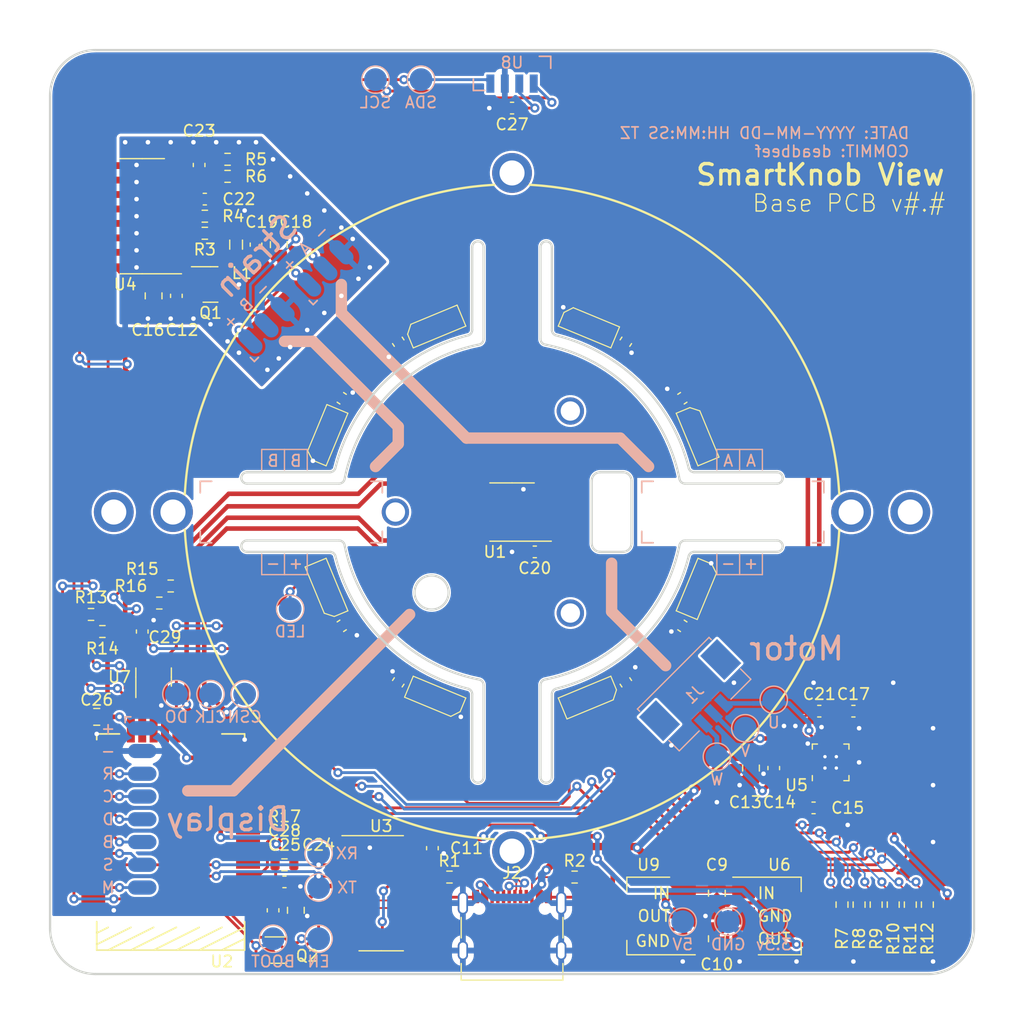
<source format=kicad_pcb>
(kicad_pcb (version 20211014) (generator pcbnew)
  (layers (0 "F.Cu" signal) (31 "B.Cu" signal) (34 "B.Paste" user) (35 "F.Paste" user) (36 "B.SilkS" user "B.Silkscreen") (37 "F.SilkS" user "F.Silkscreen") (38 "B.Mask" user) (39 "F.Mask" user) (44 "Edge.Cuts" user))
  (property "COMMIT_DATE_LONG" "YYYY-MM-DD HH:MM:SS TZ")
  (property "COMMIT_HASH" "deadbeef")
  (property "RELEASE_VERSION" "v#.#")
  (net 0 "")
  (net 1 "GND")
  (net 2 "Net-(D1-Pad3)")
  (net 3 "Net-(D2-Pad3)")
  (net 4 "Net-(D3-Pad3)")
  (net 5 "Net-(D4-Pad3)")
  (net 6 "Net-(D5-Pad3)")
  (net 7 "Net-(D6-Pad3)")
  (net 8 "Net-(D7-Pad3)")
  (net 9 "/USB_CC1")
  (net 10 "/USB_D-")
  (net 11 "/USB_D+")
  (net 12 "/USB_CC2")
  (net 13 "Net-(C15-Pad2)")
  (net 14 "/STRAIN_E+")
  (net 15 "Net-(C21-Pad1)")
  (net 16 "Net-(C22-Pad2)")
  (net 17 "Net-(C23-Pad2)")
  (net 18 "Net-(C23-Pad1)")
  (net 19 "Net-(J1-Pad3)")
  (net 20 "Net-(J1-Pad2)")
  (net 21 "Net-(J1-Pad1)")
  (net 22 "Net-(L1-Pad1)")
  (net 23 "Net-(Q1-Pad1)")
  (net 24 "Net-(R3-Pad2)")
  (net 25 "/STRAIN_S-")
  (net 26 "/STRAIN_S+")
  (net 27 "/RTS")
  (net 28 "/DTR")
  (net 29 "/ESP32_EN")
  (net 30 "/ESP32_BOOT")
  (net 31 "/USB_SERIAL_RXI")
  (net 32 "/USB_SERIAL_TXO")
  (net 33 "/LED_DATA_5V")
  (net 34 "/LCD_CMD")
  (net 35 "/LCD_CS")
  (net 36 "/LCD_BACKLIGHT")
  (net 37 "/LCD_DATA")
  (net 38 "/LCD_SCK")
  (net 39 "/LCD_RST")
  (net 40 "/MAG_DO")
  (net 41 "/MAG_CLK")
  (net 42 "/MAG_CSN")
  (net 43 "/STRAIN_DO")
  (net 44 "/STRAIN_SCK")
  (net 45 "/TMC_UH")
  (net 46 "/TMC_VH")
  (net 47 "/TMC_WH")
  (net 48 "/TMC_UL")
  (net 49 "/TMC_WL")
  (net 50 "/TMC_VL")
  (net 51 "/TMC_DIAG")
  (net 52 "/LED_DATA_3V3")
  (net 53 "/SDA")
  (net 54 "/SCL")
  (net 55 "GNDA")
  (net 89 "+5V")
  (net 90 "+3V3")
  (footprint "Capacitor_SMD:C_0603_1608Metric" (layer "F.Cu") (at 90 114.967 56.2)
    (fp_text reference "C2" hide)
    (fp_text value "0.1uF")
  )
  (footprint "Holes:MountingHole_M1.6" (layer "F.Cu") (at 105.125427 91.1225)
    (fp_text reference "H3" hide)
    (fp_text value "MotorHole")
  )
  (footprint "Holes:MountingHole_M1.6" (layer "F.Cu") (at 105.125427 108.877499)
    (fp_text reference "H1" hide)
    (fp_text value "MotorHole")
  )
  (footprint "Holes:MountingHole_M1.6" (layer "F.Cu") (at 89.749146 100)
    (fp_text reference "H2" hide)
    (fp_text value "MotorHole")
  )
  (footprint "Holes:MountingHole_2.2mm_M2_ISO7380_Pad_NonVirtual" (layer "F.Cu") (at 100 129.8)
    (fp_text reference "H4" hide)
    (fp_text value "MountHole")
  )
  (footprint "Holes:MountingHole_2.2mm_M2_ISO7380_Pad_NonVirtual" (layer "F.Cu") (at 70.2 100)
    (fp_text reference "H5" hide)
    (fp_text value "MountHole")
  )
  (footprint "Holes:MountingHole_2.2mm_M2_ISO7380_Pad_NonVirtual" (layer "F.Cu") (at 100 70.2)
    (fp_text reference "H6" hide)
    (fp_text value "MountHole")
  )
  (footprint "sk6812:SK6812-SIDE-A" (layer "F.Cu") (at 91.735336 115.248051 -22.5)
    (fp_text reference "D2" hide)
    (fp_text value "SK6812SIDE-A")
  )
  (footprint "Holes:MountingHole_2.2mm_M2_ISO7380_Pad_NonVirtual" (layer "F.Cu") (at 129.8 100)
    (fp_text reference "H7" hide)
    (fp_text value "MountHole")
  )
  (footprint "Capacitor_SMD:C_0603_1608Metric" (layer "F.Cu") (at 85.033 110 33.7)
    (fp_text reference "C1" hide)
    (fp_text value "0.1uF")
  )
  (footprint "sk6812:SK6812-SIDE-A" (layer "F.Cu") (at 83.374 104.938 -67.5)
    (fp_text reference "D1" hide)
    (fp_text value "SK6812SIDE-A")
  )
  (footprint "Connector_USB:USB_C_Receptacle_Palconn_UTC16-G" (layer "F.Cu") (at 100 136.297133)
    (fp_text reference "J2")
    (fp_text value "USB_C_Receptacle_USB2.0")
  )
  (footprint "Resistor_SMD:R_0603_1608Metric" (layer "F.Cu") (at 94.5 132.08 180)
    (fp_text reference "R1")
    (fp_text value "5.1k")
  )
  (footprint "Resistor_SMD:R_0603_1608Metric" (layer "F.Cu") (at 105.5 132.08)
    (fp_text reference "R2")
    (fp_text value "5.1k")
  )
  (footprint "lilygo_micro32:T-Micro32" (layer "F.Cu") (at 76.5 135 180)
    (fp_text reference "U2")
    (fp_text value "T-Micro32_Plus")
  )
  (footprint "Capacitor_SMD:C_0603_1608Metric" (layer "F.Cu") (at 93 129.54 -90)
    (fp_text reference "C11")
    (fp_text value "0.1uF")
  )
  (footprint "Capacitor_SMD:C_0805_2012Metric" (layer "F.Cu") (at 121 122.5 -90)
    (fp_text reference "C13")
    (fp_text value "22uF")
  )
  (footprint "Capacitor_SMD:C_0603_1608Metric" (layer "F.Cu") (at 123 122.5 -90)
    (fp_text reference "C14")
    (fp_text value "0.1uF")
  )
  (footprint "Capacitor_SMD:C_0603_1608Metric" (layer "F.Cu") (at 126.5 126)
    (fp_text reference "C15")
    (fp_text value "0.1uF")
  )
  (footprint "Capacitor_SMD:C_0805_2012Metric" (layer "F.Cu") (at 68.5 81 -90)
    (fp_text reference "C16")
    (fp_text value "10uF")
  )
  (footprint "Capacitor_SMD:C_0603_1608Metric" (layer "F.Cu") (at 130 117.5)
    (fp_text reference "C17")
    (fp_text value "0.1uF")
  )
  (footprint "Capacitor_SMD:C_0805_2012Metric" (layer "F.Cu") (at 79.5 76.5 90)
    (fp_text reference "C18")
    (fp_text value "10uF")
  )
  (footprint "Capacitor_SMD:C_0603_1608Metric" (layer "F.Cu") (at 73 72.5 180)
    (fp_text reference "C22")
    (fp_text value "0.1uF")
  )
  (footprint "Package_TO_SOT_SMD:SOT-23" (layer "F.Cu") (at 73.5 80)
    (fp_text reference "Q1")
    (fp_text value "MMBT4403")
  )
  (footprint "Resistor_SMD:R_0603_1608Metric" (layer "F.Cu") (at 73 74)
    (fp_text reference "R4")
    (fp_text value "8.2k")
  )
  (footprint "Resistor_SMD:R_0603_1608Metric" (layer "F.Cu") (at 75 70.5)
    (fp_text reference "R5")
    (fp_text value "100")
  )
  (footprint "Modified:SOT-223-3_TabPin2_InGndOut" (layer "F.Cu") (at 123.5 135.5)
    (fp_text reference "U6")
    (fp_text value "AP2114HA-3.3")
  )
  (footprint "Capacitor_SMD:C_0805_2012Metric" (layer "F.Cu") (at 63.5 118 180)
    (fp_text reference "C26")
    (fp_text value "10uF")
  )
  (footprint "Package_TO_SOT_SMD:SOT-363_SC-70-6" (layer "F.Cu") (at 79.5 138.5)
    (fp_text reference "Q2")
    (fp_text value "UMH3N")
  )
  (footprint "view_custom:ViewKeepouts3d" (layer "F.Cu") (at 100 100)
    (fp_text reference "Z5" hide)
    (fp_text value "dummy_keepouts")
  )
  (footprint "Package_SO:SOIC-16_3.9x9.9mm_P1.27mm" (layer "F.Cu") (at 88.5 133.5)
    (fp_text reference "U3")
    (fp_text value "CH340C")
  )
  (footprint "Capacitor_SMD:C_0603_1608Metric" (layer "F.Cu") (at 70.5 81 -90)
    (fp_text reference "C12")
    (fp_text value "0.1uF")
  )
  (footprint "Package_TO_SOT_SMD:SOT-23-5" (layer "F.Cu") (at 68.5 114.5 90)
    (fp_text reference "U7")
    (fp_text value "SN74LV1T34DBV")
  )
  (footprint "Capacitor_SMD:C_0603_1608Metric" (layer "F.Cu") (at 90 85.033 -56.3)
    (fp_text reference "C7" hide)
    (fp_text value "0.1uF")
  )
  (footprint "sk6812:SK6812-SIDE-A" (layer "F.Cu") (at 95.062 83.374 -157.5)
    (fp_text reference "D7" hide)
    (fp_text value "SK6812SIDE-A")
  )
  (footprint "sk6812:SK6812-SIDE-A" (layer "F.Cu") (at 84.751949 91.735336 -112.5)
    (fp_text reference "D8" hide)
    (fp_text value "SK6812SIDE-A")
  )
  (footprint "Capacitor_SMD:C_0603_1608Metric" (layer "F.Cu") (at 85.033 90 -33.8)
    (fp_text reference "C8" hide)
    (fp_text value "0.1uF")
  )
  (footprint "Inductor_SMD:L_0805_2012Metric" (layer "F.Cu") (at 75.75 76.5 -90)
    (fp_text reference "L1")
    (fp_text value "3.3uH")
  )
  (footprint "Modified:QFN-20-1EP_3x3mm_P0.4mm_EP1.65x1.65mm_ThermalVias_LargerViaHoles" (layer "F.Cu") (at 128 122 90)
    (fp_text reference "U5")
    (fp_text value "TMC6300")
  )
  (footprint "Capacitor_SMD:C_0603_1608Metric" (layer "F.Cu") (at 100 64.5 180)
    (fp_text reference "C27")
    (fp_text value "0.1uF")
  )
  (footprint "Capacitor_SMD:C_0603_1608Metric" (layer "F.Cu") (at 127 117.5 180)
    (fp_text reference "C21")
    (fp_text value "0.1uF")
  )
  (footprint "Resistor_SMD:R_0603_1608Metric" (layer "F.Cu") (at 70 106.5 180)
    (fp_text reference "R16")
    (fp_text value "2.2k")
  )
  (footprint "Package_SO:SOIC-8_3.9x4.9mm_P1.27mm" (layer "F.Cu") (at 100 100 180)
    (fp_text reference "U1")
    (fp_text value "MT6701-CT")
  )
  (footprint "Capacitor_SMD:C_0603_1608Metric" (layer "F.Cu") (at 102 103.5 180)
    (fp_text reference "C20")
    (fp_text value "0.1uF")
  )
  (footprint "Capacitor_SMD:C_0603_1608Metric" (layer "F.Cu") (at 67.5 110.5 90)
    (fp_text reference "C29")
    (fp_text value "0.1uF")
  )
  (footprint "Resistor_SMD:R_0603_1608Metric" (layer "F.Cu") (at 69 108)
    (fp_text reference "R15")
    (fp_text value "2.2k")
  )
  (footprint "Resistor_SMD:R_0603_1608Metric" (layer "F.Cu") (at 64 110.5 180)
    (fp_text reference "R14")
    (fp_text value "2.2k")
  )
  (footprint "Resistor_SMD:R_0603_1608Metric" (layer "F.Cu") (at 63 109 180)
    (fp_text reference "R13")
    (fp_text value "2.2k")
  )
  (footprint "Package_SO:SOIC-16_3.9x9.9mm_P1.27mm" (layer "F.Cu") (at 67.5 74 180)
    (fp_text reference "U4")
    (fp_text value "HX711")
  )
  (footprint "Resistor_SMD:R_0603_1608Metric" (layer "F.Cu") (at 75 69 180)
    (fp_text reference "R6")
    (fp_text value "100")
  )
  (footprint "Capacitor_SMD:C_0603_1608Metric" (layer "F.Cu") (at 77.5 76.5 90)
    (fp_text reference "C19")
    (fp_text value "0.1uF")
  )
  (footprint "Resistor_SMD:R_0603_1608Metric" (layer "F.Cu") (at 73 75.5 180)
    (fp_text reference "R3")
    (fp_text value "10k")
  )
  (footprint "Capacitor_SMD:C_0603_1608Metric" (layer "F.Cu") (at 72.5 69.5 -90)
    (fp_text reference "C23")
    (fp_text value "0.1uF")
  )
  (footprint "Resistor_SMD:R_0603_1608Metric" (layer "F.Cu") (at 129 134.5 -90)
    (fp_text reference "R7")
    (fp_text value "10k")
  )
  (footprint "Resistor_SMD:R_0603_1608Metric" (layer "F.Cu") (at 130.5 134.5 -90)
    (fp_text reference "R8")
    (fp_text value "10k")
  )
  (footprint "Resistor_SMD:R_0603_1608Metric" (layer "F.Cu") (at 136.5 134.5 -90)
    (fp_text reference "R12")
    (fp_text value "10k")
  )
  (footprint "Resistor_SMD:R_0603_1608Metric" (layer "F.Cu") (at 132 134.5 -90)
    (fp_text reference "R9")
    (fp_text value "10k")
  )
  (footprint "Resistor_SMD:R_0603_1608Metric" (layer "F.Cu") (at 133.5 134.5 -90)
    (fp_text reference "R10")
    (fp_text value "10k")
  )
  (footprint "Resistor_SMD:R_0603_1608Metric" (layer "F.Cu") (at 135 134.5 -90)
    (fp_text reference "R11")
    (fp_text value "10k")
  )
  (footprint "Resistor_SMD:R_0603_1608Metric" (layer "F.Cu") (at 80 131 180)
    (fp_text reference "R17")
    (fp_text value "10k")
  )
  (footprint "Capacitor_SMD:C_0603_1608Metric" (layer "F.Cu") (at 80 132.5)
    (fp_text reference "C28")
    (fp_text value "1uF")
  )
  (footprint "Capacitor_SMD:C_0603_1608Metric" (layer "F.Cu") (at 79 135 -90)
    (fp_text reference "C25")
    (fp_text value "0.1uF")
  )
  (footprint "Capacitor_SMD:C_0805_2012Metric" (layer "F.Cu") (at 118 137.5 90)
    (fp_text reference "C10")
    (fp_text value "10uF")
  )
  (footprint "Capacitor_SMD:C_0805_2012Metric" (layer "F.Cu") (at 118 133.5 -90)
    (fp_text reference "C9")
    (fp_text value "10uF")
  )
  (footprint "BOM_Only:bom_only_no_pin" (layer "F.Cu") (at 74.676 64.516)
    (fp_text reference "Z6")
    (fp_text value "RotorScrew (BOM-only)")
  )
  (footprint "BOM_Only:bom_only_no_pin" (layer "F.Cu") (at 88.9 68.58)
    (fp_text reference "Z7")
    (fp_text value "RotorScrew (BOM-only)")
  )
  (footprint "BOM_Only:bom_only_no_pin" (layer "F.Cu") (at 90.4 68.58)
    (fp_text reference "Z8")
    (fp_text value "RotorScrew (BOM-only)")
  )
  (footprint "BOM_Only:bom_only_no_pin" (layer "F.Cu") (at 74.676 64.516)
    (fp_text reference "Z9")
    (fp_text value "WatchGlass39.5mm")
  )
  (footprint "BOM_Only:bom_only_no_pin" (layer "F.Cu") (at 88.9 68.58)
    (fp_text reference "Z10")
    (fp_text value "BLDCMotor")
  )
  (footprint "Holes:MountingHole_2.2mm_M2_ISO7380_Pad_NonVirtual" (layer "F.Cu") (at 135 100)
    (fp_text reference "H8" hide)
    (fp_text value "AlignmentHole")
  )
  (footprint "Holes:MountingHole_2.2mm_M2_ISO7380_Pad_NonVirtual" (layer "F.Cu") (at 65 100)
    (fp_text reference "H9" hide)
    (fp_text value "AlignmentHole")
  )
  (footprint "Capacitor_SMD:C_0805_2012Metric" (layer "F.Cu") (at 81 135 -90)
    (fp_text reference "C24")
    (fp_text value "10uF")
  )
  (footprint "Capacitor_SMD:C_0603_1608Metric" (layer "F.Cu") (at 114.967 90 -146.3)
    (fp_text reference "C5" hide)
    (fp_text value "0.1uF")
  )
  (footprint "sk6812:SK6812-SIDE-A" (layer "F.Cu") (at 116.626 95.062 112.5)
    (fp_text reference "D5" hide)
    (fp_text value "SK6812SIDE-A")
  )
  (footprint "Capacitor_SMD:C_0603_1608Metric" (layer "F.Cu") (at 110 114.967 123.7)
    (fp_text reference "C3" hide)
    (fp_text value "0.1uF")
  )
  (footprint "Modified:SOT-223-3_TabPin2_GndOutIn" (layer "F.Cu") (at 112 135.5 180)
    (fp_text reference "U9")
    (fp_text value "TS1117BCW33_RPG")
  )
  (footprint "Capacitor_SMD:C_0603_1608Metric" (layer "F.Cu") (at 110 85.033 -123.8)
    (fp_text reference "C6" hide)
    (fp_text value "0.1uF")
  )
  (footprint "sk6812:SK6812-SIDE-A" (layer "F.Cu") (at 108.264664 84.751949 157.5)
    (fp_text reference "D6" hide)
    (fp_text value "SK6812SIDE-A")
  )
  (footprint "sk6812:SK6812-SIDE-A" (layer "F.Cu") (at 115.248051 108.264664 67.5)
    (fp_text reference "D4" hide)
    (fp_text value "SK6812SIDE-A")
  )
  (footprint "Capacitor_SMD:C_0603_1608Metric" (layer "F.Cu") (at 114.967 110 146.2)
    (fp_text reference "C4" hide)
    (fp_text value "0.1uF")
  )
  (footprint "sk6812:SK6812-SIDE-A" (layer "F.Cu") (at 104.938 116.626 22.5)
    (fp_text reference "D3" hide)
    (fp_text value "SK6812SIDE-A")
  )
  (footprint "strain:BF350-3AA" (layer "B.Cu") (at 76.8 100 -90)
    (fp_text reference "Z4")
    (fp_text value "BF350-3AA Strain Gauge")
  )
  (footprint "strain:BF350-3AA" (layer "B.Cu") (at 115.6 100 -90)
    (fp_text reference "Z1")
    (fp_text value "BF350-3AA Strain Gauge")
  )
  (footprint "strain:BF350-3AA" (layer "B.Cu") (at 84.4 100 90)
    (fp_text reference "Z3")
    (fp_text value "BF350-3AA Strain Gauge")
  )
  (footprint "SolderPads:SolderPads_2mm_8" (layer "B.Cu") (at 67.5 119 -90)
    (fp_text reference "J3" hide)
    (fp_text value "LCD")
  )
  (footprint "SolderPads:SolderPads_2mm_3_STRAIN" (layer "B.Cu") (at 82.171573 80 45)
    (fp_text reference "J4" hide)
    (fp_text value "A")
  )
  (footprint "strain:BF350-3AA" (layer "B.Cu") (at 123.2 100 90)
    (fp_text reference "Z2")
    (fp_text value "BF350-3AA Strain Gauge")
  )
  (footprint "VEML7700:VEML7700-TOP" (layer "B.Cu") (at 100 61 180)
    (fp_text reference "U8")
    (fp_text value "VEML7700")
  )
  (footprint "SolderPads:SolderPads_2mm_3_STRAIN" (layer "B.Cu") (at 77 85 45)
    (fp_text reference "J5" hide)
    (fp_text value "B")
  )
  (footprint "Molex:532610371" (layer "B.Cu") (at 116.816 118.584 45)
    (fp_text reference "J1")
    (fp_text value "BLDC")
  )
  (footprint "Modified:TestPoint_Pad_D2.0mm_ValueSilk" (layer "B.Cu") (at 115 136)
    (fp_text reference "TP1" hide)
    (fp_text value "5V" hide)
  )
  (footprint "Modified:TestPoint_Pad_D2.0mm_ValueSilk" (layer "B.Cu") (at 123 136)
    (fp_text reference "TP2" hide)
    (fp_text value "3.3v" hide)
  )
  (footprint "Modified:TestPoint_Pad_D2.0mm_ValueSilk" (layer "B.Cu") (at 119 136)
    (fp_text reference "TP3" hide)
    (fp_text value "GND" hide)
  )
  (footprint "Modified:TestPoint_Pad_D2.0mm_ValueSilk" (layer "B.Cu") (at 92 62)
    (fp_text reference "TP4" hide)
    (fp_text value "SDA" hide)
  )
  (footprint "Modified:TestPoint_Pad_D2.0mm_ValueSilk" (layer "B.Cu") (at 88 62)
    (fp_text reference "TP5" hide)
    (fp_text value "SCL" hide)
  )
  (footprint "Modified:TestPoint_Pad_D2.0mm_ValueSilk" (layer "B.Cu") (at 123 116.5)
    (fp_text reference "TP6" hide)
    (fp_text value "U" hide)
  )
  (footprint "Modified:TestPoint_Pad_D2.0mm_ValueSilk" (layer "B.Cu") (at 120.5 119)
    (fp_text reference "TP7" hide)
    (fp_text value "V" hide)
  )
  (footprint "Modified:TestPoint_Pad_D2.0mm_ValueSilk" (layer "B.Cu") (at 118 121.5)
    (fp_text reference "TP8" hide)
    (fp_text value "W" hide)
  )
  (footprint "Modified:TestPoint_Pad_D2.0mm_ValueSilk" (layer "B.Cu") (at 76.5 116)
    (fp_text reference "TP9" hide)
    (fp_text value "CSN" hide)
  )
  (footprint "Modified:TestPoint_Pad_D2.0mm_ValueSilk" (layer "B.Cu") (at 70.5 116)
    (fp_text reference "TP11" hide)
    (fp_text value "DO" hide)
  )
  (footprint "Modified:TestPoint_Pad_D2.0mm_ValueSilk" (layer "B.Cu") (at 80.5 108.5)
    (fp_text reference "TP12" hide)
    (fp_text value "LED" hide)
  )
  (footprint "Modified:TestPoint_Pad_D2.0mm_ValueSilk" (layer "B.Cu") (at 73.5 116)
    (fp_text reference "TP10" hide)
    (fp_text value "CLK" hide)
  )
  (footprint "Modified:TestPoint_Pad_D2.0mm_ValueSilk" (layer "B.Cu") (at 83 137.5)
    (fp_text reference "TP13" hide)
    (fp_text value "EN" hide)
  )
  (footprint "Modified:TestPoint_Pad_D2.0mm_ValueSilk" (layer "B.Cu") (at 79 137.5)
    (fp_text reference "TP14" hide)
    (fp_text value "BOOT" hide)
  )
  (footprint "Modified:TestPoint_Pad_D2.0mm_ValueSilk" (layer "B.Cu") (at 83 133 180)
    (fp_text reference "TP15" hide)
    (fp_text value "TX" hide)
  )
  (footprint "Modified:TestPoint_Pad_D2.0mm_ValueSilk" (layer "B.Cu") (at 83 130 180)
    (fp_text reference "TP16" hide)
    (fp_text value "RX" hide)
  )
  (footprint "NetTie:NetTie-2_SMD_Pad0.5mm" (layer "B.Cu") (at 66 83.6 -90)
    (fp_text reference "NT1" hide)
    (fp_text value "NetTie_2")
  )
  (gr_line (start 78 96.3) (end 78 94.5) (layer "B.SilkS") (width 0.12))
  (gr_line (start 78 103.7) (end 78 105.5) (layer "B.SilkS") (width 0.12))
  (gr_line (start 80 96.3) (end 80 94.5) (layer "B.SilkS") (width 0.12))
  (gr_line (start 82 105.5) (end 82 103.7) (layer "B.SilkS") (width 0.12))
  (gr_line (start 78 105.5) (end 82 105.5) (layer "B.SilkS") (width 0.12))
  (gr_line (start 78 94.5) (end 82 94.5) (layer "B.SilkS") (width 0.12))
  (gr_line (start 82 94.5) (end 82 96.3) (layer "B.SilkS") (width 0.12))
  (gr_line (start 80 105.5) (end 80 103.7) (layer "B.SilkS") (width 0.12))
  (gr_line (start 90 94) (end 90 92.5) (layer "B.SilkS") (width 1))
  (gr_line (start 96 93.5) (end 85 82.5) (layer "B.SilkS") (width 1))
  (gr_line (start 75.5 124.5) (end 71.5 124.5) (layer "B.SilkS") (width 1))
  (gr_line (start 118 96.3) (end 118 94.5) (layer "B.SilkS") (width 0.12))
  (gr_line (start 118 94.5) (end 122 94.5) (layer "B.SilkS") (width 0.12))
  (gr_line (start 88 96) (end 90 94) (layer "B.SilkS") (width 1))
  (gr_line (start 122 94.5) (end 122 96.3) (layer "B.SilkS") (width 0.12))
  (gr_line (start 109.5 93.5) (end 96 93.5) (layer "B.SilkS") (width 1))
  (gr_line (start 90 92.5) (end 82.5 85) (layer "B.SilkS") (width 1))
  (gr_line (start 112 96) (end 109.5 93.5) (layer "B.SilkS") (width 1))
  (gr_line (start 108.75 104.5) (end 108.75 108.75) (layer "B.SilkS") (width 1))
  (gr_line (start 120 96.3) (end 120 94.5) (layer "B.SilkS") (width 0.12))
  (gr_line (start 108.75 108.75) (end 113.5 113.5) (layer "B.SilkS") (width 1))
  (gr_line (start 118 103.7) (end 118 105.5) (layer "B.SilkS") (width 0.12))
  (gr_line (start 122 105.5) (end 122 103.7) (layer "B.SilkS") (width 0.12))
  (gr_line (start 85 82.5) (end 85 80) (layer "B.SilkS") (width 1))
  (gr_line (start 120 105.5) (end 120 103.7) (layer "B.SilkS") (width 0.12))
  (gr_line (start 91 109) (end 75.5 124.5) (layer "B.SilkS") (width 1))
  (gr_line (start 82.5 85) (end 80 85) (layer "B.SilkS") (width 1))
  (gr_line (start 118 105.5) (end 122 105.5) (layer "B.SilkS") (width 0.12))
  (gr_arc (start 98.452153 128.758375) (mid 79.64214 120.371488) (end 71.242667 101.567092) (layer "F.SilkS") (width 0.2))
  (gr_arc (start 128.758375 101.547847) (mid 120.371488 120.35786) (end 101.567092 128.757333) (layer "F.SilkS") (width 0.2))
  (gr_arc (start 101.547847 71.241625) (mid 120.35786 79.628512) (end 128.757333 98.432908) (layer "F.SilkS") (width 0.2))
  (gr_arc (start 71.241625 98.452153) (mid 79.628512 79.64214) (end 98.432908 71.242667) (layer "F.SilkS") (width 0.2))
  (gr_line (start 84.793094 102.499999) (end 76.709801 102.499999) (layer "Edge.Cuts") (width 0.2))
  (gr_line (start 96.5 116.00781) (end 96.5 123.290199) (layer "Edge.Cuts") (width 0.2))
  (gr_line (start 97.5 123.290199) (end 97.500001 115.206906) (layer "Edge.Cuts") (width 0.2))
  (gr_arc (start 103.499999 116.00781) (mid 103.605914 115.700081) (end 103.878787 115.522725) (layer "Edge.Cuts") (width 0.2))
  (gr_arc (start 97.5 123.290199) (mid 97 123.790199) (end 96.5 123.290199) (layer "Edge.Cuts") (width 0.2))
  (gr_arc (start 114.71636 102.903226) (mid 110.606601 110.606601) (end 102.903225 114.71636) (layer "Edge.Cuts") (width 0.2))
  (gr_arc (start 114.716361 102.903226) (mid 114.889406 102.613745) (end 115.206906 102.5) (layer "Edge.Cuts") (width 0.2))
  (gr_arc (start 115.522725 103.878788) (mid 111.313708 111.313709) (end 103.878787 115.522725) (layer "Edge.Cuts") (width 0.2))
  (gr_arc (start 110.499999 102.75) (mid 110.280329 103.28033) (end 109.749999 103.5) (layer "Edge.Cuts") (width 0.2))
  (gr_arc (start 115.522726 103.878787) (mid 115.700082 103.605915) (end 116.00781 103.5) (layer "Edge.Cuts") (width 0.2))
  (gr_line (start 110.499999 102.75) (end 110.499999 97.250001) (layer "Edge.Cuts") (width 0.2))
  (gr_arc (start 123.290199 96.500001) (mid 123.790199 97.000001) (end 123.290199 97.500001) (layer "Edge.Cuts") (width 0.2))
  (gr_arc (start 103.499999 123.290199) (mid 102.999999 123.790199) (end 102.499999 123.290199) (layer "Edge.Cuts") (width 0.2))
  (gr_line (start 103.499999 123.290199) (end 103.499999 116.00781) (layer "Edge.Cuts") (width 0.2))
  (gr_arc (start 109.749999 96.500001) (mid 110.280329 96.719671) (end 110.499999 97.250001) (layer "Edge.Cuts") (width 0.2))
  (gr_line (start 109.749999 96.500001) (end 107.749999 96.500001) (layer "Edge.Cuts") (width 0.2))
  (gr_arc (start 106.999999 97.250001) (mid 107.219669 96.719671) (end 107.749999 96.500001) (layer "Edge.Cuts") (width 0.2))
  (gr_line (start 106.999999 97.250001) (end 106.999999 102.75) (layer "Edge.Cuts") (width 0.2))
  (gr_circle (center 92.928933 107.071067) (end 94.428933 107.071067) (layer "Edge.Cuts") (width 0.2) (fill none))
  (gr_line (start 116.00781 103.5) (end 123.290199 103.5) (layer "Edge.Cuts") (width 0.2))
  (gr_arc (start 107.749999 103.5) (mid 107.219669 103.28033) (end 106.999999 102.75) (layer "Edge.Cuts") (width 0.2))
  (gr_arc (start 102.903226 85.28364) (mid 110.606601 89.393399) (end 114.71636 97.096775) (layer "Edge.Cuts") (width 0.2))
  (gr_line (start 115.206906 97.500001) (end 123.290199 97.500001) (layer "Edge.Cuts") (width 0.2))
  (gr_arc (start 96.121212 115.522725) (mid 88.686291 111.313708) (end 84.477275 103.878787) (layer "Edge.Cuts") (width 0.2))
  (gr_arc (start 115.206906 97.500002) (mid 114.889405 97.386257) (end 114.71636 97.096775) (layer "Edge.Cuts") (width 0.2))
  (gr_arc (start 102.499998 115.206906) (mid 102.613743 114.889405) (end 102.903225 114.71636) (layer "Edge.Cuts") (width 0.2))
  (gr_arc (start 140.6 136.599999) (mid 139.428427 139.428426) (end 136.6 140.599999) (layer "Edge.Cuts") (width 0.2))
  (gr_line (start 123.290199 102.5) (end 115.206906 102.5) (layer "Edge.Cuts") (width 0.2))
  (gr_arc (start 76.709801 103.499999) (mid 76.209801 102.999999) (end 76.709801 102.499999) (layer "Edge.Cuts") (width 0.2))
  (gr_arc (start 97.096774 114.71636) (mid 89.393399 110.606601) (end 85.28364 102.903225) (layer "Edge.Cuts") (width 0.2))
  (gr_arc (start 83.99219 103.499999) (mid 84.299919 103.605914) (end 84.477275 103.878787) (layer "Edge.Cuts") (width 0.2))
  (gr_arc (start 97.096774 114.71636) (mid 97.386256 114.889405) (end 97.500001 115.206906) (layer "Edge.Cuts") (width 0.2))
  (gr_line (start 76.709801 103.499999) (end 83.99219 103.499999) (layer "Edge.Cuts") (width 0.2))
  (gr_line (start 102.499999 115.206906) (end 102.499999 123.290199) (layer "Edge.Cuts") (width 0.2))
  (gr_arc (start 84.793094 102.499998) (mid 85.110595 102.613743) (end 85.28364 102.903225) (layer "Edge.Cuts") (width 0.2))
  (gr_line (start 107.749999 103.5) (end 109.749999 103.5) (layer "Edge.Cuts") (width 0.2))
  (gr_arc (start 102.903226 85.283639) (mid 102.613745 85.110594) (end 102.5 84.793094) (layer "Edge.Cuts") (width 0.2))
  (gr_line (start 123.290199 96.500001) (end 116.00781 96.500001) (layer "Edge.Cuts") (width 0.2))
  (gr_arc (start 123.290199 102.5) (mid 123.790199 103) (end 123.290199 103.5) (layer "Edge.Cuts") (width 0.2))
  (gr_arc (start 96.121213 115.522726) (mid 96.394085 115.700082) (end 96.5 116.00781) (layer "Edge.Cuts") (width 0.2))
  (gr_arc (start 59.400001 63.4) (mid 60.571574 60.571573) (end 63.400001 59.4) (layer "Edge.Cuts") (width 0.2))
  (gr_arc (start 136.6 59.4) (mid 139.428427 60.571573) (end 140.6 63.4) (layer "Edge.Cuts") (width 0.2))
  (gr_line (start 59.400001 136.599999) (end 59.400001 63.4) (layer "Edge.Cuts") (width 0.2))
  (gr_line (start 136.6 140.599999) (end 104.619999 140.6) (layer "Edge.Cuts") (width 0.2))
  (gr_line (start 104.619999 140.6) (end 63.400001 140.599999) (layer "Edge.Cuts") (width 0.2))
  (gr_arc (start 63.400001 140.599999) (mid 60.571574 139.428426) (end 59.400001 136.599999) (layer "Edge.Cuts") (width 0.2))
  (gr_line (start 140.6 63.4) (end 140.6 136.599999) (layer "Edge.Cuts") (width 0.2))
  (gr_line (start 63.400001 59.4) (end 136.6 59.4) (layer "Edge.Cuts") (width 0.2))
  (gr_arc (start 97.500002 84.793094) (mid 97.386257 85.110595) (end 97.096775 85.28364) (layer "Edge.Cuts") (width 0.2))
  (gr_arc (start 103.878788 84.477275) (mid 111.313709 88.686292) (end 115.522725 96.121213) (layer "Edge.Cuts") (width 0.2))
  (gr_arc (start 103.878787 84.477274) (mid 103.605915 84.299918) (end 103.5 83.99219) (layer "Edge.Cuts") (width 0.2))
  (gr_arc (start 102.5 76.709801) (mid 103 76.209801) (end 103.5 76.709801) (layer "Edge.Cuts") (width 0.2))
  (gr_line (start 83.99219 96.5) (end 76.709801 96.5) (layer "Edge.Cuts") (width 0.2))
  (gr_line (start 102.5 76.709801) (end 102.5 84.793094) (layer "Edge.Cuts") (width 0.2))
  (gr_arc (start 116.00781 96.500001) (mid 115.700081 96.394086) (end 115.522725 96.121213) (layer "Edge.Cuts") (width 0.2))
  (gr_arc (start 85.28364 97.096774) (mid 89.393399 89.393399) (end 97.096775 85.28364) (layer "Edge.Cuts") (width 0.2))
  (gr_line (start 96.500001 76.709801) (end 96.500001 83.99219) (layer "Edge.Cuts") (width 0.2))
  (gr_line (start 103.5 83.99219) (end 103.5 76.709801) (layer "Edge.Cuts") (width 0.2))
  (gr_line (start 76.709801 97.5) (end 84.793094 97.5) (layer "Edge.Cuts") (width 0.2))
  (gr_arc (start 96.500001 83.99219) (mid 96.394086 84.299919) (end 96.121213 84.477275) (layer "Edge.Cuts") (width 0.2))
  (gr_arc (start 84.477275 96.121212) (mid 88.686292 88.686291) (end 96.121213 84.477275) (layer "Edge.Cuts") (width 0.2))
  (gr_arc (start 76.709801 97.5) (mid 76.209801 97) (end 76.709801 96.5) (layer "Edge.Cuts") (width 0.2))
  (gr_arc (start 85.283638 97.096775) (mid 85.110593 97.386256) (end 84.793094 97.5) (layer "Edge.Cuts") (width 0.2))
  (gr_line (start 97.500001 84.793094) (end 97.500001 76.709801) (layer "Edge.Cuts") (width 0.2))
  (gr_arc (start 96.500001 76.709801) (mid 97.000001 76.209801) (end 97.500001 76.709801) (layer "Edge.Cuts") (width 0.2))
  (gr_arc (start 84.477274 96.121213) (mid 84.299918 96.394085) (end 83.99219 96.5) (layer "Edge.Cuts") (width 0.2))
  (gr_text "B" (at 79 95.5) (layer "B.SilkS") (effects (font (size 1 1)) (justify mirror)))
  (gr_text "B" (at 81 95.5) (layer "B.SilkS") (effects (font (size 1 1)) (justify mirror)))
  (gr_text "-" (at 79 104.5) (layer "B.SilkS") (effects (font (size 1 1)) (justify mirror)))
  (gr_text "+" (at 81 104.5) (layer "B.SilkS") (effects (font (size 1 1)) (justify mirror)))
  (gr_text "Motor" (at 125 112) (layer "B.SilkS") (effects (font (size 2 2) (thickness 0.3)) (justify mirror)))
  (gr_text "Display" (at 75 127) (layer "B.SilkS") (effects (font (size 2 2) (thickness 0.3)) (justify mirror)))
  (gr_text "S" (at 64.5 131) (layer "B.SilkS") (effects (font (size 1 1)) (justify mirror)))
  (gr_text "C" (at 64.5 125) (layer "B.SilkS") (effects (font (size 1 1)) (justify mirror)))
  (gr_text "M" (at 64.5 133) (layer "B.SilkS") (effects (font (size 1 1)) (justify mirror)))
  (gr_text "DATE: ${COMMIT_DATE_LONG}\nCOMMIT: ${COMMIT_HASH}\n" (at 135 67.5) (layer "B.SilkS") (effects (font (size 1 1)) (justify left mirror)))
  (gr_text "+" (at 121 104.5) (layer "B.SilkS") (effects (font (size 1 1)) (justify mirror)))
  (gr_text "A" (at 121 95.5) (layer "B.SilkS") (effects (font (size 1 1)) (justify mirror)))
  (gr_text "+" (at 64.5 119) (layer "B.SilkS") (effects (font (size 1 1)) (justify mirror)))
  (gr_text "R" (at 64.5 123) (layer "B.SilkS") (effects (font (size 1 1)) (justify mirror)))
  (gr_text "B" (at 64.5 129) (layer "B.SilkS") (effects (font (size 1 1)) (justify mirror)))
  (gr_text "A" (at 119 95.5) (layer "B.SilkS") (effects (font (size 1 1)) (justify mirror)))
  (gr_text "-" (at 119 104.5) (layer "B.SilkS") (effects (font (size 1 1)) (justify mirror)))
  (gr_text "D" (at 64.5 127) (layer "B.SilkS") (effects (font (size 1 1)) (justify mirror)))
  (gr_text "-" (at 64.5 121) (layer "B.SilkS") (effects (font (size 1 1)) (justify mirror)))
  (gr_text "Strain" (at 77.5 77.5 45) (layer "B.SilkS") (effects (font (size 2 2) (thickness 0.3)) (justify mirror)))
  (gr_text "Base PCB ${RELEASE_VERSION}" (at 138.176 72.858) (layer "F.SilkS") (effects (font (size 1.5 1.5) (thickness 0.12)) (justify right)))
  (gr_text "SmartKnob View" (at 138.176 70.358) (layer "F.SilkS") (effects (font (size 1.8 1.8) (thickness 0.3)) (justify right)))
  (segment (start 104.938698 82.438698) (end 104.5 82) (width 0.25) (layer "F.Cu") (net 1))
  (segment (start 114.322987 109.568871) (end 114.322987 110.177013) (width 0.25) (layer "F.Cu") (net 1))
  (segment (start 104.938698 83.374289) (end 104.938698 82.438698) (width 0.25) (layer "F.Cu") (net 1))
  (segment (start 114.322987 110.177013) (end 114 110.5) (width 0.25) (layer "F.Cu") (net 1))
  (segment (start 108.263966 115.24834) (end 108.643892 115.24834) (width 0.25) (layer "F.Cu") (net 1))
  (segment (start 108.643892 115.24834) (end 109.569996 114.322236) (width 0.25) (layer "F.Cu") (net 1))
  (segment (start 110.145089 114.322236) (end 110.828626 113.638699) (width 0.25) (layer "F.Cu") (net 1))
  (segment (start 109.569996 114.322236) (end 110.145089 114.322236) (width 0.25) (layer "F.Cu") (net 1))
  (segment (start 101.095 98.095) (end 101 98) (width 0.25) (layer "F.Cu") (net 1))
  (segment (start 101.225 103.5) (end 100 103.5) (width 0.25) (layer "F.Cu") (net 1))
  (segment (start 102.475 98.095) (end 101.095 98.095) (width 0.25) (layer "F.Cu") (net 1))
  (segment (start 62.55 118) (end 62.55 118.55) (width 0.65) (layer "F.Cu") (net 1))
  (segment (start 95.061302 116.625711) (end 95.061302 117.561302) (width 0.25) (layer "F.Cu") (net 1))
  (segment (start 89.854911 85.677764) (end 89.171374 86.361301) (width 0.25) (layer "F.Cu") (net 1))
  (segment (start 81 135.95) (end 81.55 135.95) (width 0.25) (layer "F.Cu") (net 1))
  (segment (start 69.45 116.72501) (end 69.17501 117) (width 0.25) (layer "F.Cu") (net 1))
  (segment (start 89.822987 114.322987) (end 89.5 114) (width 0.25) (layer "F.Cu") (net 1))
  (segment (start 126.225 117.5) (end 126.2 117.5) (width 0.25) (layer "F.Cu") (net 1))
  (segment (start 116.625711 104.938698) (end 117.061302 104.938698) (width 0.25) (layer "F.Cu") (net 1))
  (segment (start 117.061302 104.938698) (end 117.5 104.5) (width 0.25) (layer "F.Cu") (net 1))
  (segment (start 114.322236 89.854911) (end 113.638699 89.171374) (width 0.25) (layer "F.Cu") (net 1))
  (segment (start 93 130.315) (end 93.685 130.315) (width 0.25) (layer "F.Cu") (net 1))
  (segment (start 85.677764 110.145089) (end 86.361301 110.828626) (width 0.25) (layer "F.Cu") (net 1))
  (segment (start 95.061302 117.561302) (end 95.5 118) (width 0.25) (layer "F.Cu") (net 1))
  (segment (start 91.736034 84.75166) (end 91.356108 84.75166) (width 0.25) (layer "F.Cu") (net 1))
  (segment (start 85.677013 90.431129) (end 85.677013 89.822987) (width 0.25) (layer "F.Cu") (net 1))
  (segment (start 80.825 135.775) (end 81 135.95) (width 0.25) (layer "F.Cu") (net 1))
  (segment (start 120 124) (end 120.45 124) (width 0.65) (layer "F.Cu") (net 1))
  (segment (start 115.24834 91.356108) (end 114.322236 90.430004) (width 0.25) (layer "F.Cu") (net 1))
  (segment (start 126.2 117.5) (end 124.9 118.8) (width 0.25) (layer "F.Cu") (net 1))
  (segment (start 90.430004 85.677764) (end 89.854911 85.677764) (width 0.25) (layer "F.Cu") (net 1))
  (segment (start 76.5 135) (end 78.225 135) (width 0.25) (layer "F.Cu") (net 1))
  (segment (start 126.55 122.8) (end 124.025 122.8) (width 0.25) (layer "F.Cu") (net 1))
  (segment (start 84.75166 108.263966) (end 84.75166 108.643892) (width 0.25) (layer "F.Cu") (net 1))
  (segment (start 94.525 133.85) (end 96.8 133.85) (width 0.25) (layer "F.Cu") (net 1))
  (segment (start 126.55 121.2) (end 126.55 120.908226) (width 0.25) (layer "F.Cu") (net 1))
  (segment (start 127.6 119.3) (end 127.6 120.55) (width 0.15) (layer "F.Cu") (net 1))
  (segment (start 81.55 135.95) (end 82 135.5) (width 0.25) (layer "F.Cu") (net 1))
  (segment (start 129.45 121.6) (end 130.1 121.6) (width 0.15) (layer "F.Cu") (net 1))
  (segment (start 86.025 129.055) (end 87.055 129.055) (width 0.25) (layer "F.Cu") (net 1))
  (segment (start 80.775 132.5) (end 81.000001 132.500001) (width 0.25) (layer "F.Cu") (net 1))
  (segment (start 114.322236 90.430004) (end 114.322236 89.854911) (width 0.25) (layer "F.Cu") (net 1))
  (segment (start 63.5 135) (end 65 135) (width 0.25) (layer "F.Cu") (net 1))
  (segment (start 67.775 109.725) (end 68 109.5) (width 0.25) (layer "F.Cu") (net 1))
  (segment (start 93.685 130.315) (end 94 130) (width 0.25) (layer "F.Cu") (net 1))
  (segment (start 68 109.5) (end 68.5 109.5) (width 0.25) (layer "F.Cu") (net 1))
  (segment (start 129.45 122) (end 130.5 122) (width 0.15) (layer "F.Cu") (net 1))
  (segment (start 83.374289 95.061302) (end 82.938698 95.061302) (width 0.25) (layer "F.Cu") (net 1))
  (segment (start 76.5 121) (end 76.5 120) (width 0.25) (layer "F.Cu") (net 1))
  (segment (start 69.45 115.1) (end 69.45 116.72501) (width 0.25) (layer "F.Cu") (net 1))
  (segment (start 126.55 120.908226) (end 125.989142 120.347368) (width 0.25) (layer "F.Cu") (net 1))
  (segment (start 90.431129 114.322987) (end 89.822987 114.322987) (width 0.25) (layer "F.Cu") (net 1))
  (segment (start 115.24834 91.736034) (end 115.24834 91.356108) (width 0.25) (layer "F.Cu") (net 1))
  (segment (start 79 135.775) (end 80.825 135.775) (width 0.25) (layer "F.Cu") (net 1))
  (segment (start 130.1 121.6) (end 130.5 122) (width 0.15) (layer "F.Cu") (net 1))
  (segment (start 130.775 117.5) (end 130.775 118.725) (width 0.25) (layer "F.Cu") (net 1))
  (segment (start 93.675 132.08) (end 93.675 133.045) (width 0.25) (layer "F.Cu") (net 1))
  (segment (start 120.45 124) (end 121 123.45) (width 0.65) (layer "F.Cu") (net 1))
  (segment (start 81.000001 132.500001) (end 81.4 132.9) (width 0.25) (layer "F.Cu") (net 1))
  (segment (start 99.225 64.5) (end 98 64.5) (width 0.25) (layer "F.Cu") (net 1))
  (segment (start 122 122.95) (end 121.182458 122.95) (width 0.65) (layer "F.Cu") (net 1))
  (segment (start 91.356108 84.75166) (end 90.430004 85.677764) (width 0.25) (layer "F.Cu") (net 1))
  (segment (start 106.325 132.943) (end 105.418 133.85) (width 0.25) (layer "F.Cu") (net 1))
  (segment (start 93.675 133.045) (end 94.488 133.858) (width 0.25) (layer "F.Cu") (net 1))
  (segment (start 122.047533 122.997533) (end 122 122.95) (width 0.65) (layer "F.Cu") (net 1))
  (segment (start 106.325 132.08) (end 106.325 132.943) (width 0.25) (layer "F.Cu") (net 1))
  (segment (start 127.2 118.9) (end 127.6 119.3) (width 0.15) (layer "F.Cu") (net 1))
  (segment (start 82.938698 95.061302) (end 82.5 95.5) (width 0.25) (layer "F.Cu") (net 1))
  (segment (start 85.677764 109.569996) (end 85.677764 110.145089) (width 0.25) (layer "F.Cu") (net 1))
  (segment (start 105.418 133.85) (end 103.2 133.85) (width 0.25) (layer "F.Cu") (net 1))
  (segment (start 109.568871 85.677013) (end 110.177013 85.677013) (width 0.25) (layer "F.Cu") (net 1))
  (segment (start 84.75166 108.643892) (end 85.677764 109.569996) (width 0.25) (layer "F.Cu") (net 1))
  (segment (start 85.677013 89.822987) (end 86 89.5) (width 0.25) (layer "F.Cu") (net 1))
  (segment (start 130.775 118.725) (end 130.5 119) (width 0.25) (layer "F.Cu") (net 1))
  (segment (start 124.025 122.8) (end 124 122.775) (width 0.25) (layer "F.Cu") (net 1))
  (segment (start 87.055 129.055) (end 87.5 129.5) (width 0.25) (layer "F.Cu") (net 1))
  (segment (start 110.177013 85.677013) (end 110.5 86) (width 0.25) (layer "F.Cu") (net 1))
  (segment (start 62.55 118.55) (end 63.5 119.5) (width 0.65) (layer "F.Cu") (net 1))
  (segment (start 124 122.775) (end 125.9343 122.775) (width 0.4) (layer "F.Cu") (net 1))
  (segment (start 78.225 135) (end 79 135.775) (width 0.25) (layer "F.Cu") (net 1))
  (via (at 117.5 104.5) (size 0.8) (drill 0.4) (layers "F.Cu" "B.Cu") (net 1))
  (via (at 114 110.5) (size 0.8) (drill 0.4) (layers "F.Cu" "B.Cu") (net 1))
  (via (at 110.828626 113.638699) (size 0.8) (drill 0.4) (layers "F.Cu" "B.Cu") (net 1))
  (via (at 100 103.5) (size 0.8) (drill 0.4) (layers "F.Cu" "B.Cu") (net 1))
  (via (at 101 98) (size 0.8) (drill 0.4) (layers "F.Cu" "B.Cu") (net 1))
  (via (at 94 130) (size 0.8) (drill 0.4) (layers "F.Cu" "B.Cu") (net 1))
  (via (at 126.5 115) (size 0.8) (drill 0.4) (layers "F.Cu" "B.Cu") (net 1))
  (via (at 82.5 95.5) (size 0.8) (drill 0.4) (layers "F.Cu" "B.Cu") (net 1))
  (via (at 130.5 122) (size 0.8) (drill 0.4) (layers "F.Cu" "B.Cu") (net 1))
  (via (at 117 135.5) (size 0.8) (drill 0.4) (layers "F.Cu" "B.Cu") (net 1))
  (via (at 127.2 118.9) (size 0.8) (drill 0.4) (layers "F.Cu" "B.Cu") (net 1))
  (via (at 137 139.5) (size 0.8) (drill 0.4) (layers "F.Cu" "B.Cu") (net 1))
  (via (at 86.361301 110.828626) (size 0.8) (drill 0.4) (layers "F.Cu" "B.Cu") (net 1))
  (via (at 125 139.5) (size 0.8) (drill 0.4) (layers "F.Cu" "B.Cu") (net 1))
  (via (at 81.4 132.9) (size 0.8) (drill 0.4) (layers "F.Cu" "B.Cu") (net 1))
  (via (at 89.5 114) (size 0.8) (drill 0.4) (layers "F.Cu" "B.Cu") (net 1))
  (via (at 137 129) (size 0.8) (drill 0.4) (layers "F.Cu" "B.Cu") (net 1))
  (via (at 123.9 118.8) (size 0.8) (drill 0.4) (layers "F.Cu" "B.Cu") (net 1))
  (via (at 120 124) (size 0.8) (drill 0.4) (layers "F.Cu" "B.Cu") (net 1))
  (via (at 113.638699 89.171374) (size 0.8) (drill 0.4) (layers "F.Cu" "B.Cu") (net 1))
  (via (at 104.5 82) (size 0.8) (drill 0.4) (layers "F.Cu" "B.Cu") (net 1))
  (via (at 130.5 119) (size 0.8) (drill 0.4) (layers "F.Cu" "B.Cu") (net 1))
  (via (at 87.5 129.5) (size 0.8) (drill 0.4) (layers "F.Cu" "B.Cu") (net 1))
  (via (at 69.17501 117) (size 0.8) (drill 0.4) (layers "F.Cu" "B.Cu") (net 1))
  (via (at 118 125.5) (size 0.8) (drill 0.4) (layers "F.Cu" "B.Cu") (net 1))
  (via (at 98 64.5) (size 0.8) (drill 0.4) (layers "F.Cu" "B.Cu") (net 1))
  (via (at 130 139.5) (size 0.8) (drill 0.4) (layers "F.Cu" "B.Cu") (net 1))
  (via (at 133.5 115) (size 0.8) (drill 0.4) (layers "F.Cu" "B.Cu") (net 1))
  (via (at 65 135) (size 0.8) (drill 0.4) (layers "F.Cu" "B.Cu") (net 1))
  (via (at 63.5 119.5) (size 0.8) (drill 0.4) (layers "F.Cu" "B.Cu") (net 1))
  (via (at 120 139.5) (size 0.8) (drill 0.4) (layers "F.Cu" "B.Cu") (net 1))
  (via (at 114 120.5) (size 0.8) (drill 0.4) (layers "F.Cu" "B.Cu") (net 1))
  (via (at 86 89.5) (size 0.8) (drill 0.4) (layers "F.Cu" "B.Cu") (net 1))
  (via (at 68.5 109.5) (size 0.8) (drill 0.4) (layers "F.Cu" "B.Cu") (net 1))
  (via (at 124.9 118.8) (size 0.8) (drill 0.4) (layers "F.Cu" "B.Cu") (net 1))
  (via (at 137 124) (size 0.8) (drill 0.4) (layers "F.Cu" "B.Cu") (net 1))
  (via (at 95.5 118) (size 0.8) (drill 0.4) (layers "F.Cu" "B.Cu") (net 1))
  (via (at 119.5 115) (size 0.8) (drill 0.4) (layers "F.Cu" "B.Cu") (net 1))
  (via (at 115 139.5) (size 0.8) (drill 0.4) (layers "F.Cu" "B.Cu") (net 1))
  (via (at 89.171374 86.361301) (size 0.8) (drill 0.4) (layers "F.Cu" "B.Cu") (net 1))
  (via (at 110.5 86) (size 0.8) (drill 0.4) (layers "F.Cu" "B.Cu") (net 1))
  (via (at 129.5 127.5) (size 0.8) (drill 0.4) (layers "F.Cu" "B.Cu") (net 1))
  (via (at 82 135.5) (size 0.8) (drill 0.4) (layers "F.Cu" "B.Cu") (net 1))
  (via (at 122.101428 123) (size 0.8) (drill 0.4) (layers "F.Cu" "B.Cu") (net 1))
  (via (at 137 119) (size 0.8) (drill 0.4) (layers "F.Cu" "B.Cu") (net 1))
  (via (at 125.989142 120.347368) (size 0.8) (drill 0.4) (layers "F.Cu" "B.Cu") (net 1))
  (via (at 76.5 120) (size 0.8) (drill 0.4) (layers "F.Cu" "B.Cu") (net 1))
  (segment (start 90.693006 113.496932) (end 91.735336 114.539262) (width 0.25) (layer "F.Cu") (net 2))
  (segment (start 89.984217 113.496932) (end 90.693006 113.496932) (width 0.25) (layer "F.Cu") (net 2))
  (segment (start 86.503675 109.307475) (end 86.503675 110.01639) (width 0.25) (layer "F.Cu") (net 2))
  (segment (start 91.735336 114.539262) (end 91.735336 115.248051) (width 0.25) (layer "F.Cu") (net 2))
  (segment (start 85.530841 107.697677) (end 85.530841 108.334641) (width 0.25) (layer "F.Cu") (net 2))
  (segment (start 84.282873 107.132214) (end 84.965378 107.132214) (width 0.25) (layer "F.Cu") (net 2))
  (segment (start 85.530841 108.334641) (end 86.503675 109.307475) (width 0.25) (layer "F.Cu") (net 2))
  (segment (start 84.965378 107.132214) (end 85.530841 107.697677) (width 0.25) (layer "F.Cu") (net 2))
  (segment (start 86.503675 110.01639) (end 89.984217 113.496932) (width 0.25) (layer "F.Cu") (net 2))
  (segment (start 104.938 116.626) (end 104.5 117.064) (width 0.25) (layer "F.Cu") (net 3))
  (segment (start 93.92955 122.79815) (end 93.92955 116.156924) (width 0.25) (layer "F.Cu") (net 3))
  (segment (start 104.5 117.064) (end 104.5 124.267649) (width 0.25) (layer "F.Cu") (net 3))
  (segment (start 96.331378 125.199978) (end 93.92955 122.79815) (width 0.25) (layer "F.Cu") (net 3))
  (segment (start 103.567671 125.199978) (end 96.331378 125.199978) (width 0.25) (layer "F.Cu") (net 3))
  (segment (start 104.5 124.267649) (end 103.567671 125.199978) (width 0.25) (layer "F.Cu") (net 3))
  (segment (start 109.307475 113.496325) (end 110.01639 113.496325) (width 0.25) (layer "F.Cu") (net 4))
  (segment (start 113.496932 109.306994) (end 114.539262 108.264664) (width 0.25) (layer "F.Cu") (net 4))
  (segment (start 114.539262 108.264664) (end 115.248051 108.264664) (width 0.25) (layer "F.Cu") (net 4))
  (segment (start 107.697677 114.469159) (end 108.334641 114.469159) (width 0.25) (layer "F.Cu") (net 4))
  (segment (start 107.132214 115.717127) (end 107.132214 115.034622) (width 0.25) (layer "F.Cu") (net 4))
  (segment (start 113.496932 110.015783) (end 113.496932 109.306994) (width 0.25) (layer "F.Cu") (net 4))
  (segment (start 110.01639 113.496325) (end 113.496932 110.015783) (width 0.25) (layer "F.Cu") (net 4))
  (segment (start 107.132214 115.034622) (end 107.697677 114.469159) (width 0.25) (layer "F.Cu") (net 4))
  (segment (start 108.334641 114.469159) (end 109.307475 113.496325) (width 0.25) (layer "F.Cu") (net 4))
  (segment (start 116.156924 106.07045) (end 123.782185 106.07045) (width 0.4) (layer "F.Cu") (net 5))
  (segment (start 126 103.852635) (end 126 96.779779) (width 0.4) (layer "F.Cu") (net 5))
  (segment (start 123.782185 106.07045) (end 126 103.852635) (width 0.4) (layer "F.Cu") (net 5))
  (segment (start 124.282221 95.062) (end 116.626 95.062) (width 0.4) (layer "F.Cu") (net 5))
  (segment (start 126 96.779779) (end 124.282221 95.062) (width 0.4) (layer "F.Cu") (net 5))
  (segment (start 113.496325 89.98361) (end 110.015783 86.503068) (width 0.25) (layer "F.Cu") (net 6))
  (segment (start 109.306994 86.503068) (end 108.264664 85.460738) (width 0.25) (layer "F.Cu") (net 6))
  (segment (start 115.717127 92.867786) (end 115.034622 92.867786) (width 0.25) (layer "F.Cu") (net 6))
  (segment (start 113.496325 90.692525) (end 113.496325 89.98361) (width 0.25) (layer "F.Cu") (net 6))
  (segment (start 108.264664 85.460738) (end 108.264664 84.751949) (width 0.25) (layer "F.Cu") (net 6))
  (segment (start 114.469159 92.302323) (end 114.469159 91.665359) (width 0.25) (layer "F.Cu") (net 6))
  (segment (start 114.469159 91.665359) (end 113.496325 90.692525) (width 0.25) (layer "F.Cu") (net 6))
  (segment (start 110.015783 86.503068) (end 109.306994 86.503068) (width 0.25) (layer "F.Cu") (net 6))
  (segment (start 115.034622 92.867786) (end 114.469159 92.302323) (width 0.25) (layer "F.Cu") (net 6))
  (segment (start 106.07045 77.07045) (end 102.9 73.9) (width 0.4) (layer "F.Cu") (net 7))
  (segment (start 96.97576 73.9) (end 95.062 75.81376) (width 0.4) (layer "F.Cu") (net 7))
  (segment (start 95.062 75.81376) (end 95.062 83.374) (width 0.4) (layer "F.Cu") (net 7))
  (segment (start 102.9 73.9) (end 96.97576 73.9) (width 0.4) (layer "F.Cu") (net 7))
  (segment (start 106.07045 83.843076) (end 106.07045 77.07045) (width 0.4) (layer "F.Cu") (net 7))
  (segment (start 90.692525 86.503675) (end 89.98361 86.503675) (width 0.25) (layer "F.Cu") (net 8))
  (segment (start 89.98361 86.503675) (end 86.503068 89.984217) (width 0.25) (layer "F.Cu") (net 8))
  (segment (start 92.867786 84.965378) (end 92.302323 85.530841) (width 0.25) (layer "F.Cu") (net 8))
  (segment (start 91.665359 85.530841) (end 90.692525 86.503675) (width 0.25) (layer "F.Cu") (net 8))
  (segment (start 86.503068 89.984217) (end 86.503068 90.693006) (width 0.25) (layer "F.Cu") (net 8))
  (segment (start 85.460738 91.735336) (end 84.751949 91.735336) (width 0.25) (layer "F.Cu") (net 8))
  (segment (start 86.503068 90.693006) (end 85.460738 91.735336) (width 0.25) (layer "F.Cu") (net 8))
  (segment (start 92.867786 84.282873) (end 92.867786 84.965378) (width 0.25) (layer "F.Cu") (net 8))
  (segment (start 92.302323 85.530841) (end 91.665359 85.530841) (width 0.25) (layer "F.Cu") (net 8))
  (segment (start 95.325 132.08) (end 96.250002 132.08) (width 0.15) (layer "F.Cu") (net 9))
  (segment (start 96.250002 132.074998) (end 97.570004 132.074998) (width 0.15) (layer "F.Cu") (net 9))
  (segment (start 97.570004 132.074998) (end 98.75 133.254994) (width 0.15) (layer "F.Cu") (net 9))
  (segment (start 98.75 133.254994) (end 98.75 133.85) (width 0.15) (layer "F.Cu") (net 9))
  (segment (start 92.5 134.487501) (end 92.18749 134.800011) (width 0.15) (layer "F.Cu") (net 10))
  (segment (start 98.169215 132.24993) (end 97.964271 132.044986) (width 0.15) (layer "F.Cu") (net 10))
  (segment (start 100.25 133.85) (end 100.25 133.298957) (width 0.15) (layer "F.Cu") (net 10))
  (segment (start 97.964271 132.044986) (end 97.409 131.489715) (width 0.15) (layer "F.Cu") (net 10))
  (segment (start 86.629989 134.800011) (end 86.025 135.405) (width 0.15) (layer "F.Cu") (net 10))
  (segment (start 92.5 132.036) (end 92.5 134.487501) (width 0.15) (layer "F.Cu") (net 10))
  (segment (start 100.374025 133.174932) (end 100.374025 132.57493) (width 0.15) (layer "F.Cu") (net 10))
  (segment (start 99.25 133.85) (end 99.25 133.330715) (width 0.15) (layer "F.Cu") (net 10))
  (segment (start 97.409 131.489701) (end 97.299299 131.38) (width 0.15) (layer "F.Cu") (net 10))
  (segment (start 100.25 133.298957) (end 100.374025 133.174932) (width 0.15) (layer "F.Cu") (net 10))
  (segment (start 93.156 131.38) (end 92.5 132.036) (width 0.15) (layer "F.Cu") (net 10))
  (segment (start 100.049025 132.24993) (end 98.169215 132.24993) (width 0.15) (layer "F.Cu") (net 10))
  (segment (start 92.18749 134.800011) (end 86.629989 134.800011) (width 0.15) (layer "F.Cu") (net 10))
  (segment (start 99.25 133.37501) (end 99.25 133.85) (width 0.15) (layer "F.Cu") (net 10))
  (segment (start 100.374025 132.57493) (end 100.049025 132.24993) (width 0.15) (layer "F.Cu") (net 10))
  (segment (start 97.299299 131.38) (end 93.156 131.38) (width 0.15) (layer "F.Cu") (net 10))
  (segment (start 99.25 133.330715) (end 97.964271 132.044986) (width 0.15) (layer "F.Cu") (net 10))
  (segment (start 97.409 131.489715) (end 97.409 131.489701) (width 0.15) (layer "F.Cu") (net 10))
  (segment (start 99.75 132.875907) (end 99.749024 132.874931) (width 0.15) (layer "F.Cu") (net 11))
  (segment (start 99.75 133.85) (end 99.75 132.875907) (width 0.15) (layer "F.Cu") (net 11))
  (segment (start 97.407563 131.064) (end 92.964 131.064) (width 0.15) (layer "F.Cu") (net 11))
  (segment (start 100.75 133.787133) (end 100.75 132.95) (width 0.15) (layer "F.Cu") (net 11))
  (segment (start 100.173293 131.949919) (end 98.293482 131.949919) (width 0.15) (layer "F.Cu") (net 11))
  (segment (start 100.75 132.95) (end 101.1 132.6) (width 0.15) (layer "F.Cu") (net 11))
  (segment (start 98.293482 131.949919) (end 97.407563 131.064) (width 0.15) (layer "F.Cu") (net 11))
  (segment (start 92.964 131.064) (end 92.199989 131.828011) (width 0.15) (layer "F.Cu") (net 11))
  (segment (start 89.994664 133.60999) (end 89.469654 134.135) (width 0.15) (layer "F.Cu") (net 11))
  (segment (start 101.1 132.6) (end 100.823374 132.6) (width 0.15) (layer "F.Cu") (net 11))
  (segment (start 92.199989 131.828011) (end 92.199989 133.300011) (width 0.15) (layer "F.Cu") (net 11))
  (segment (start 92.199989 133.300011) (end 91.89001 133.60999) (width 0.15) (layer "F.Cu") (net 11))
  (segment (start 91.89001 133.60999) (end 89.994664 133.60999) (width 0.15) (layer "F.Cu") (net 11))
  (segment (start 89.469654 134.135) (end 86.025 134.135) (width 0.15) (layer "F.Cu") (net 11))
  (segment (start 100.823374 132.6) (end 100.173293 131.949919) (width 0.15) (layer "F.Cu") (net 11))
  (via (at 99.749024 132.874931) (size 0.8) (drill 0.4) (layers "F.Cu" "B.Cu") (net 11))
  (via (at 101.1 132.6) (size 0.8) (drill 0.4) (layers "F.Cu" "B.Cu") (net 11))
  (segment (start 99.749024 132.874931) (end 100.825069 132.874931) (width 0.15) (layer "B.Cu") (net 11))
  (segment (start 100.825069 132.874931) (end 101.1 132.6) (width 0.15) (layer "B.Cu") (net 11))
  (segment (start 102.299999 132.074999) (end 102.738974 132.074999) (width 0.15) (layer "F.Cu") (net 12))
  (segment (start 101.75 133.85) (end 101.75 132.624998) (width 0.15) (layer "F.Cu") (net 12))
  (segment (start 102.738974 132.074999) (end 102.748206 132.084231) (width 0.15) (layer "F.Cu") (net 12))
  (segment (start 101.75 132.624998) (end 102.299999 132.074999) (width 0.15) (layer "F.Cu") (net 12))
  (segment (start 104.670769 132.084231) (end 104.675 132.08) (width 0.15) (layer "F.Cu") (net 12))
  (segment (start 102.748206 132.084231) (end 104.670769 132.084231) (width 0.15) (layer "F.Cu") (net 12))
  (segment (start 127.275 126) (end 127.6 125.675) (width 0.15) (layer "F.Cu") (net 13))
  (segment (start 127.6 125.675) (end 127.6 123.45) (width 0.15) (layer "F.Cu") (net 13))
  (segment (start 79.5 77.5) (end 81 79) (width 0.25) (layer "F.Cu") (net 14))
  (segment (start 75.75 77.5625) (end 76.0375 77.275) (width 0.25) (layer "F.Cu") (net 14))
  (segment (start 77.675 77.45) (end 79.5 77.45) (width 0.25) (layer "F.Cu") (net 14))
  (segment (start 77.5 77.275) (end 77.675 77.45) (width 0.25) (layer "F.Cu") (net 14))
  (segment (start 76 84) (end 79.5 80.5) (width 0.25) (layer "F.Cu") (net 14))
  (segment (start 76.0375 77.275) (end 77.5 77.275) (width 0.25) (layer "F.Cu") (net 14))
  (segment (start 79.5 80.5) (end 79.5 77.45) (width 0.25) (layer "F.Cu") (net 14))
  (segment (start 79.5 77.45) (end 79.5 77.5) (width 0.25) (layer "F.Cu") (net 14))
  (via (at 76 84) (size 0.8) (drill 0.4) (layers "F.Cu" "B.Cu") (net 14))
  (via (at 81 79) (size 0.8) (drill 0.4) (layers "F.Cu" "B.Cu") (net 14))
  (segment (start 81.171573 79) (end 82.171573 80) (width 0.25) (layer "B.Cu") (net 14))
  (segment (start 81 79) (end 81.171573 79) (width 0.25) (layer "B.Cu") (net 14))
  (segment (start 77 85) (end 76 84) (width 0.25) (layer "B.Cu") (net 14))
  (segment (start 128 120.55) (end 128 117.725) (width 0.15) (layer "F.Cu") (net 15))
  (segment (start 128 117.725) (end 127.775 117.5) (width 0.15) (layer "F.Cu") (net 15))
  (segment (start 71.82 72.095) (end 72.225 72.5) (width 0.25) (layer "F.Cu") (net 16))
  (segment (start 69.975 72.095) (end 71.82 72.095) (width 0.25) (layer "F.Cu") (net 16))
  (segment (start 69.975 70.825) (end 71.95 70.825) (width 0.25) (layer "F.Cu") (net 17))
  (segment (start 73.95 70.275) (end 74.175 70.5) (width 0.25) (layer "F.Cu") (net 17))
  (segment (start 71.95 70.825) (end 72.5 70.275) (width 0.25) (layer "F.Cu") (net 17))
  (segment (start 72.5 70.275) (end 73.95 70.275) (width 0.25) (layer "F.Cu") (net 17))
  (segment (start 69.975 69.555) (end 71.67 69.555) (width 0.25) (layer "F.Cu") (net 18))
  (segment (start 73.9 68.725) (end 74.175 69) (width 0.25) (layer "F.Cu") (net 18))
  (segment (start 71.67 69.555) (end 72.5 68.725) (width 0.25) (layer "F.Cu") (net 18))
  (segment (start 72.5 68.725) (end 73.9 68.725) (width 0.25) (layer "F.Cu") (net 18))
  (segment (start 126.1 119.2) (end 126.1 119.45) (width 0.25) (layer "F.Cu") (net 19))
  (segment (start 126.1 119.45) (end 127.2 120.55) (width 0.25) (layer "F.Cu") (net 19))
  (via (at 126.1 119.2) (size 0.8) (drill 0.4) (layers "F.Cu" "B.Cu") (net 19))
  (segment (start 118.583767 116.816233) (end 121.183767 116.816233) (width 0.4) (layer "B.Cu") (net 19))
  (segment (start 124.355949 116.816233) (end 121.183767 116.816233) (width 0.4) (layer "B.Cu") (net 19))
  (segment (start 126.1 118.560284) (end 124.355949 116.816233) (width 0.4) (layer "B.Cu") (net 19))
  (segment (start 126.1 119.2) (end 126.1 118.560284) (width 0.4) (layer "B.Cu") (net 19))
  (segment (start 122.683767 116.816233) (end 123 116.5) (width 0.4) (layer "B.Cu") (net 19))
  (segment (start 121.183767 116.816233) (end 122.683767 116.816233) (width 0.4) (layer "B.Cu") (net 19))
  (segment (start 118.583767 116.816233) (end 124.355949 116.816233) (width 0.25) (layer "B.Cu") (net 19))
  (segment (start 124.3 119.9) (end 125.77499 121.37499) (width 0.4) (layer "F.Cu") (net 20))
  (segment (start 124.3 119.9) (end 121.8 119.9) (width 0.4) (layer "F.Cu") (net 20))
  (segment (start 126 121.6) (end 124.3 119.9) (width 0.25) (layer "F.Cu") (net 20))
  (segment (start 126.55 121.6) (end 126 121.6) (width 0.25) (layer "F.Cu") (net 20))
  (via (at 121.8 119.9) (size 0.8) (drill 0.4) (layers "F.Cu" "B.Cu") (net 20))
  (segment (start 120.5 119.5) (end 120.9 119.9) (width 0.4) (layer "B.Cu") (net 20))
  (segment (start 120.9 119.9) (end 121.8 119.9) (width 0.4) (layer "B.Cu") (net 20))
  (segment (start 120.5 119) (end 120.5 119.5) (width 0.4) (layer "B.Cu") (net 20))
  (segment (start 117.699883 117.700117) (end 119.899766 119.9) (width 0.4) (layer "B.Cu") (net 20))
  (segment (start 119.899766 119.9) (end 120.9 119.9) (width 0.4) (layer "B.Cu") (net 20))
  (segment (start 126.9 124.1) (end 122.399999 124.100001) (width 0.4) (layer "F.Cu") (net 21))
  (segment (start 127.2 123.45) (end 127.2 123.8) (width 0.25) (layer "F.Cu") (net 21))
  (segment (start 122.399999 124.100001) (end 122 124.5) (width 0.4) (layer "F.Cu") (net 21))
  (segment (start 127.2 123.8) (end 126.9 124.1) (width 0.25) (layer "F.Cu") (net 21))
  (segment (start 126.9 124.1) (end 127.14999 123.85001) (width 0.4) (layer "F.Cu") (net 21))
  (via (at 122 124.5) (size 0.8) (drill 0.4) (layers "F.Cu" "B.Cu") (net 21))
  (segment (start 122 124.5) (end 118 120.5) (width 0.4) (layer "B.Cu") (net 21))
  (segment (start 118 119.768) (end 116.816 118.584) (width 0.4) (layer "B.Cu") (net 21))
  (segment (start 118 120.5) (end 118 119.768) (width 0.4) (layer "B.Cu") (net 21))
  (segment (start 118 121.5) (end 118 119.768) (width 0.4) (layer "B.Cu") (net 21))
  (segment (start 74.4375 80) (end 74 79.5625) (width 0.25) (layer "F.Cu") (net 22))
  (segment (start 69.975 75.905) (end 70.32001 76.25001) (width 0.25) (layer "F.Cu") (net 22))
  (segment (start 74 79.5625) (end 74 75.675) (width 0.25) (layer "F.Cu") (net 22))
  (segment (start 70.32001 76.25001) (end 73.07499 76.25001) (width 0.25) (layer "F.Cu") (net 22))
  (segment (start 73.07499 76.25001) (end 73.825 75.5) (width 0.25) (layer "F.Cu") (net 22))
  (segment (start 73.825 75.5) (end 73.8875 75.4375) (width 0.25) (layer "F.Cu") (net 22))
  (segment (start 74 75.675) (end 73.825 75.5) (width 0.25) (layer "F.Cu") (net 22))
  (segment (start 73.8875 75.4375) (end 75.75 75.4375) (width 0.25) (layer "F.Cu") (net 22))
  (segment (start 70.6875 77.175) (end 72.5625 79.05) (width 0.25) (layer "F.Cu") (net 23))
  (segment (start 69.975 77.175) (end 70.6875 77.175) (width 0.25) (layer "F.Cu") (net 23))
  (segment (start 71.54 74.635) (end 72.175 74) (width 0.25) (layer "F.Cu") (net 24))
  (segment (start 72.175 74) (end 72.175 75.5) (width 0.25) (layer "F.Cu") (net 24))
  (segment (start 69.975 74.635) (end 71.54 74.635) (width 0.25) (layer "F.Cu") (net 24))
  (segment (start 81 75.275) (end 81 76) (width 0.25) (layer "F.Cu") (net 25))
  (segment (start 75.825 70.5) (end 76.225 70.5) (width 0.25) (layer "F.Cu") (net 25))
  (segment (start 76.225 70.5) (end 81 75.275) (width 0.25) (layer "F.Cu") (net 25))
  (via (at 81 76) (size 0.8) (drill 0.4) (layers "F.Cu" "B.Cu") (net 25))
  (segment (start 77 80) (end 81 76) (width 0.25) (layer "B.Cu") (net 25))
  (segment (start 77 82.171572) (end 77 80) (width 0.25) (layer "B.Cu") (net 25))
  (segment (start 78.414214 83.585786) (end 77 82.171572) (width 0.25) (layer "B.Cu") (net 25))
  (segment (start 82.5 74.934315) (end 82.5 77.5) (width 0.25) (layer "F.Cu") (net 26))
  (segment (start 76.565685 69) (end 82.5 74.934315) (width 0.25) (layer "F.Cu") (net 26))
  (segment (start 75.825 69) (end 76.565685 69) (width 0.25) (layer "F.Cu") (net 26))
  (via (at 82.5 77.5) (size 0.8) (drill 0.4) (layers "F.Cu" "B.Cu") (net 26))
  (segment (start 83.585787 78.585786) (end 82.899999 77.899999) (width 0.25) (layer "B.Cu") (net 26))
  (segment (start 82.899999 77.899999) (end 82.5 77.5) (width 0.25) (layer "B.Cu") (net 26))
  (segment (start 80.079998 138.5) (end 80.45 138.5) (width 0.25) (layer "F.Cu") (net 27))
  (segment (start 86.906068 133.55999) (end 85.023952 133.55999) (width 0.25) (layer "F.Cu") (net 27))
  (segment (start 81.499003 138.5) (end 80.45 138.5) (width 0.25) (layer "F.Cu") (net 27))
  (segment (start 85.023952 133.55999) (end 83 135.583942) (width 0.25) (layer "F.Cu") (net 27))
  (segment (start 90.975 131.595) (end 88.871058 131.595) (width 0.25) (layer "F.Cu") (net 27))
  (segment (start 79.429998 137.85) (end 80.079998 138.5) (width 0.25) (layer "F.Cu") (net 27))
  (segment (start 83 136.999003) (end 81.499003 138.5) (width 0.25) (layer "F.Cu") (net 27))
  (segment (start 88.871058 131.595) (end 86.906068 133.55999) (width 0.25) (layer "F.Cu") (net 27))
  (segment (start 78.55 137.85) (end 79.429998 137.85) (width 0.25) (layer "F.Cu") (net 27))
  (segment (start 83 135.583942) (end 83 136.999003) (width 0.25) (layer "F.Cu") (net 27))
  (segment (start 90.975 132.865) (end 89.135 132.865) (width 0.25) (layer "F.Cu") (net 28))
  (segment (start 88.6 136) (end 88.6 136.946058) (width 0.25) (layer "F.Cu") (net 28))
  (segment (start 86.396058 139.15) (end 80.45 139.15) (width 0.25) (layer "F.Cu") (net 28))
  (segment (start 79.570002 139.15) (end 78.920002 138.5) (width 0.25) (layer "F.Cu") (net 28))
  (segment (start 88.6 136.946058) (end 86.396058 139.15) (width 0.25) (layer "F.Cu") (net 28))
  (segment (start 80.45 139.15) (end 79.570002 139.15) (width 0.25) (layer "F.Cu") (net 28))
  (segment (start 89.135 132.865) (end 88.7 133.3) (width 0.25) (layer "F.Cu") (net 28))
  (segment (start 78.920002 138.5) (end 78.55 138.5) (width 0.25) (layer "F.Cu") (net 28))
  (via (at 88.7 133.3) (size 0.8) (drill 0.4) (layers "F.Cu" "B.Cu") (net 28))
  (via (at 88.6 136) (size 0.8) (drill 0.4) (layers "F.Cu" "B.Cu") (net 28))
  (segment (start 88.7 135.9) (end 88.6 136) (width 0.25) (layer "B.Cu") (net 28))
  (segment (start 88.7 133.3) (end 88.7 135.9) (width 0.25) (layer "B.Cu") (net 28))
  (segment (start 79.974999 137.374999) (end 80.45 137.85) (width 0.25) (layer "F.Cu") (net 29))
  (segment (start 75.474999 133.429999) (end 75.474999 135.509299) (width 0.25) (layer "F.Cu") (net 29))
  (segment (start 78.725 133) (end 79.225 132.5) (width 0.25) (layer "F.Cu") (net 29))
  (segment (start 79.225 132.5) (end 79.225 131.05) (width 0.25) (layer "F.Cu") (net 29))
  (segment (start 81.150042 137.85) (end 81.500042 137.5) (width 0.25) (layer "F.Cu") (net 29))
  (segment (start 80.45 137.85) (end 81.150042 137.85) (width 0.25) (layer "F.Cu") (net 29))
  (segment (start 76.5 133) (end 75.904998 133) (width 0.25) (layer "F.Cu") (net 29))
  (segment (start 77.340699 137.374999) (end 79.974999 137.374999) (width 0.25) (layer "F.Cu") (net 29))
  (segment (start 79.225 131.05) (end 79.175 131) (width 0.25) (layer "F.Cu") (net 29))
  (segment (start 75.904998 133) (end 75.474999 133.429999) (width 0.25) (layer "F.Cu") (net 29))
  (segment (start 76.5 133) (end 78.725 133) (width 0.25) (layer "F.Cu") (net 29))
  (segment (start 75.474999 135.509299) (end 77.340699 137.374999) (width 0.25) (layer "F.Cu") (net 29))
  (via (at 81.500042 137.5) (size 0.8) (drill 0.4) (layers "F.Cu" "B.Cu") (net 29))
  (segment (start 82 137.5) (end 81.500042 137.5) (width 0.25) (layer "B.Cu") (net 29))
  (segment (start 65 134) (end 73.4 134) (width 0.25) (layer "F.Cu") (net 30))
  (segment (start 77.5 138.1) (end 77.5 138.85) (width 0.25) (layer "F.Cu") (net 30))
  (segment (start 77.5 138.85) (end 77.8 139.15) (width 0.25) (layer "F.Cu") (net 30))
  (segment (start 61.5 122.804998) (end 61.5 134) (width 0.25) (layer "F.Cu") (net 30))
  (segment (start 62.304998 122) (end 61.5 122.804998) (width 0.25) (layer "F.Cu") (net 30))
  (segment (start 77.8 139.15) (end 78.55 139.15) (width 0.25) (layer "F.Cu") (net 30))
  (segment (start 73.4 134) (end 77.5 138.1) (width 0.25) (layer "F.Cu") (net 30))
  (segment (start 63.5 122) (end 62.304998 122) (width 0.25) (layer "F.Cu") (net 30))
  (via (at 77.5 138.1) (size 0.8) (drill 0.4) (layers "F.Cu" "B.Cu") (net 30))
  (via (at 65 134) (size 0.8) (drill 0.4) (layers "F.Cu" "B.Cu") (net 30))
  (via (at 61.5 134) (size 0.8) (drill 0.4) (layers "F.Cu" "B.Cu") (net 30))
  (segment (start 77.5 138.1) (end 78.4 138.1) (width 0.25) (layer "B.Cu") (net 30))
  (segment (start 78.4 138.1) (end 79 137.5) (width 0.25) (layer "B.Cu") (net 30))
  (segment (start 61.5 134) (end 65 134) (width 0.25) (layer "B.Cu") (net 30))
  (segment (start 85.62 132) (end 83 132) (width 0.25) (layer "F.Cu") (net 31))
  (segment (start 63.5 132) (end 74 132) (width 0.25) (layer "F.Cu") (net 31))
  (segment (start 86.025 131.595) (end 85.62 132) (width 0.25) (layer "F.Cu") (net 31))
  (via (at 74 132) (size 0.8) (drill 0.4) (layers "F.Cu" "B.Cu") (net 31))
  (via (at 83 132) (size 0.8) (drill 0.4) (layers "F.Cu" "B.Cu") (net 31))
  (segment (start 74.399999 131.600001) (end 82.600001 131.600001) (width 0.25) (layer "B.Cu") (net 31))
  (segment (start 82.600001 131.600001) (end 83 132) (width 0.25) (layer "B.Cu") (net 31))
  (segment (start 74 132) (end 74.399999 131.600001) (width 0.25) (layer "B.Cu") (net 31))
  (segment (start 85.35 131) (end 83 131) (width 0.25) (layer "F.Cu") (net 32))
  (segment (start 63.5 131) (end 74 131) (width 0.25) (layer "F.Cu") (net 32))
  (segment (start 86.025 130.325) (end 85.35 131) (width 0.25) (layer "F.Cu") (net 32))
  (via (at 74 131) (size 0.8) (drill 0.4) (layers "F.Cu" "B.Cu") (net 32))
  (via (at 83 131) (size 0.8) (drill 0.4) (layers "F.Cu" "B.Cu") (net 32))
  (segment (start 74 131) (end 83 131) (width 0.25) (layer "B.Cu") (net 32))
  (segment (start 83.374 104.938) (end 82.562006 104.938) (width 0.25) (layer "F.Cu") (net 33))
  (segment (start 74 110) (end 77.500006 110) (width 0.25) (layer "F.Cu") (net 33))
  (segment (start 70.5 111.85) (end 70.5 110) (width 0.25) (layer "F.Cu") (net 33))
  (segment (start 77.500006 110) (end 80.5 107.000006) (width 0.25) (layer "F.Cu") (net 33))
  (segment (start 69.45 112.9) (end 70.5 111.85) (width 0.25) (layer "F.Cu") (net 33))
  (segment (start 82.562006 104.938) (end 80.5 107.000006) (width 0.25) (layer "F.Cu") (net 33))
  (via (at 80.5 107.000006) (size 0.8) (drill 0.4) (layers "F.Cu" "B.Cu") (net 33))
  (via (at 70.5 110) (size 0.8) (drill 0.4) (layers "F.Cu" "B.Cu") (net 33))
  (via (at 74 110) (size 0.8) (drill 0.4) (layers "F.Cu" "B.Cu") (net 33))
  (segment (start 70.5 110) (end 74 110) (width 0.25) (layer "B.Cu") (net 33))
  (segment (start 80.5 108.5) (end 80.5 107.000006) (width 0.25) (layer "B.Cu") (net 33))
  (segment (start 63.5 133) (end 65.5 133) (width 0.25) (layer "F.Cu") (net 34))
  (via (at 65.5 133) (size 0.8) (drill 0.4) (layers "F.Cu" "B.Cu") (net 34))
  (segment (start 65.5 133) (end 67.5 133) (width 0.25) (layer "B.Cu") (net 34))
  (segment (start 63.5 130) (end 65.5 130) (width 0.25) (layer "F.Cu") (net 35))
  (via (at 65.5 130) (size 0.8) (drill 0.4) (layers "F.Cu" "B.Cu") (net 35))
  (segment (start 65.5 130) (end 66.5 130) (width 0.25) (layer "B.Cu") (net 35))
  (segment (start 66.5 130) (end 67.5 131) (width 0.25) (layer "B.Cu") (net 35))
  (segment (start 64.5 128) (end 65.5 129) (width 0.25) (layer "F.Cu") (net 36))
  (segment (start 63.5 128) (end 64.5 128) (width 0.25) (layer "F.Cu") (net 36))
  (via (at 65.5 129) (size 0.8) (drill 0.4) (layers "F.Cu" "B.Cu") (net 36))
  (segment (start 65.5 129) (end 67.5 129) (width 0.25) (layer "B.Cu") (net 36))
  (segment (start 64.5 126) (end 65.5 127) (width 0.25) (layer "F.Cu") (net 37))
  (segment (start 63.5 126) (end 64.5 126) (width 0.25) (layer "F.Cu") (net 37))
  (via (at 65.5 127) (size 0.8) (drill 0.4) (layers "F.Cu" "B.Cu") (net 37))
  (segment (start 65.5 127) (end 67.5 127) (width 0.25) (layer "B.Cu") (net 37))
  (segment (start 63.5 125) (end 65.5 125) (width 0.25) (layer "F.Cu") (net 38))
  (via (at 65.5 125) (size 0.8) (drill 0.4) (layers "F.Cu" "B.Cu") (net 38))
  (segment (start 65.5 125) (end 67.5 125) (width 0.25) (layer "B.Cu") (net 38))
  (segment (start 63.5 123) (end 65.5 123) (width 0.25) (layer "F.Cu") (net 39))
  (via (at 65.5 123) (size 0.8) (drill 0.4) (layers "F.Cu" "B.Cu") (net 39))
  (segment (start 65.5 123) (end 67.5 123) (width 0.25) (layer "B.Cu") (net 39))
  (segment (start 86.5 99.5) (end 88.5 97.5) (width 0.4) (layer "F.Cu") (net 40))
  (segment (start 70.07499 104.42501) (end 75 99.5) (width 0.4) (layer "F.Cu") (net 40))
  (segment (start 71.399979 116.899979) (end 71.399979 117.177812) (width 0.4) (layer "F.Cu") (net 40))
  (segment (start 71.399979 117.177812) (end 72.5 118.277833) (width 0.4) (layer "F.Cu") (net 40))
  (segment (start 72.5 118.277833) (end 72.5 119.5) (width 0.4) (layer "F.Cu") (net 40))
  (segment (start 75 99.5) (end 86.5 99.5) (width 0.4) (layer "F.Cu") (net 40))
  (segment (start 94.685 97.5) (end 96.55 99.365) (width 0.4) (layer "F.Cu") (net 40))
  (segment (start 69.825 108) (end 70.07499 107.75001) (width 0.4) (layer "F.Cu") (net 40))
  (segment (start 71.399979 109.574979) (end 71.399979 116.899979) (width 0.4) (layer "F.Cu") (net 40))
  (segment (start 88.5 97.5) (end 94.685 97.5) (width 0.4) (layer "F.Cu") (net 40))
  (segment (start 69.825 108) (end 71.399979 109.574979) (width 0.4) (layer "F.Cu") (net 40))
  (segment (start 96.55 99.365) (end 97.525 99.365) (width 0.4) (layer "F.Cu") (net 40))
  (segment (start 70.07499 107.75001) (end 70.07499 104.42501) (width 0.4) (layer "F.Cu") (net 40))
  (via (at 71.399979 116.899979) (size 0.8) (drill 0.4) (layers "F.Cu" "B.Cu") (net 40))
  (segment (start 70.5 116) (end 71.399979 116.899979) (width 0.4) (layer "B.Cu") (net 40))
  (segment (start 93.77 102.5) (end 95.635 100.635) (width 0.4) (layer "F.Cu") (net 41))
  (segment (start 72.399979 109.100021) (end 72.399979 116.177812) (width 0.4) (layer "F.Cu") (net 41))
  (segment (start 88.5 102.5) (end 93.77 102.5) (width 0.4) (layer "F.Cu") (net 41))
  (segment (start 70.825 104.661083) (end 74.986083 100.5) (width 0.4) (layer "F.Cu") (net 41))
  (segment (start 70.825 106.5) (end 70.825 104.661083) (width 0.4) (layer "F.Cu") (net 41))
  (segment (start 86.5 100.5) (end 88.5 102.5) (width 0.4) (layer "F.Cu") (net 41))
  (segment (start 70.825 106.5) (end 70.825 107.525042) (width 0.4) (layer "F.Cu") (net 41))
  (segment (start 95.635 100.635) (end 97.525 100.635) (width 0.4) (layer "F.Cu") (net 41))
  (segment (start 73.5 117.277833) (end 73.111083 116.888917) (width 0.4) (layer "F.Cu") (net 41))
  (segment (start 72.399979 116.177812) (end 73.111083 116.888917) (width 0.4) (layer "F.Cu") (net 41))
  (segment (start 73.5 119.5) (end 73.5 117.277833) (width 0.4) (layer "F.Cu") (net 41))
  (segment (start 74.986083 100.5) (end 86.5 100.5) (width 0.4) (layer "F.Cu") (net 41))
  (segment (start 70.825 107.525042) (end 72.399979 109.100021) (width 0.4) (layer "F.Cu") (net 41))
  (via (at 73.111083 116.888917) (size 0.8) (drill 0.4) (layers "F.Cu" "B.Cu") (net 41))
  (segment (start 73.5 116) (end 73.5 116.5) (width 0.4) (layer "B.Cu") (net 41))
  (segment (start 73.5 116.5) (end 73.111083 116.888917) (width 0.4) (layer "B.Cu") (net 41))
  (segment (start 76.5 123) (end 75.769998 123) (width 0.4) (layer "F.Cu") (net 42))
  (segment (start 74.916084 117.583916) (end 73.332168 116) (width 0.4) (layer "F.Cu") (net 42))
  (segment (start 86.449989 101.449989) (end 88.5 103.5) (width 0.4) (layer "F.Cu") (net 42))
  (segment (start 73 116) (end 73.221168 116) (width 0.25) (layer "F.Cu") (net 42))
  (segment (start 75 118) (end 75 117.667832) (width 0.4) (layer "F.Cu") (net 42))
  (segment (start 75 122.230002) (end 75 118) (width 0.4) (layer "F.Cu") (net 42))
  (segment (start 75.769998 123) (end 75 122.230002) (width 0.4) (layer "F.Cu") (net 42))
  (segment (start 73.1875 103.1875) (end 74.925011 101.449989) (width 0.4) (layer "F.Cu") (net 42))
  (segment (start 72.94999 103.42501) (end 73.1875 103.1875) (width 0.4) (layer "F.Cu") (net 42))
  (segment (start 75 117.778832) (end 75 118) (width 0.25) (layer "F.Cu") (net 42))
  (segment (start 74.925011 101.449989) (end 86.449989 101.449989) (width 0.4) (layer "F.Cu") (net 42))
  (segment (start 75 117.667832) (end 74.916084 117.583916) (width 0.4) (layer "F.Cu") (net 42))
  (segment (start 73.221168 116) (end 75 117.778832) (width 0.25) (layer "F.Cu") (net 42))
  (segment (start 73 116) (end 72.94999 115.94999) (width 0.4) (layer "F.Cu") (net 42))
  (segment (start 73 103.375) (end 73.1875 103.1875) (width 0.4) (layer "F.Cu") (net 42))
  (segment (start 95.93 103.5) (end 97.525 101.905) (width 0.4) (layer "F.Cu") (net 42))
  (segment (start 72.94999 115.94999) (end 72.94999 103.42501) (width 0.4) (layer "F.Cu") (net 42))
  (segment (start 88.5 103.5) (end 95.93 103.5) (width 0.4) (layer "F.Cu") (net 42))
  (segment (start 73.332168 116) (end 73.05001 116) (width 0.4) (layer "F.Cu") (net 42))
  (via (at 74.916084 117.583916) (size 0.8) (drill 0.4) (layers "F.Cu" "B.Cu") (net 42))
  (segment (start 76.5 116) (end 74.916084 117.583916) (width 0.4) (layer "B.Cu") (net 42))
  (segment (start 70.200002 114.5) (end 70.5 114.799998) (width 0.25) (layer "F.Cu") (net 43))
  (segment (start 63.5 79.5) (end 64.5 80.5) (width 0.25) (layer "F.Cu") (net 43))
  (segment (start 64.5 80.5) (end 64.5 95) (width 0.25) (layer "F.Cu") (net 43))
  (segment (start 70.5 117.304998) (end 71.5 118.304998) (width 0.25) (layer "F.Cu") (net 43))
  (segment (start 66.5 109) (end 66.5 114.025) (width 0.25) (layer "F.Cu") (net 43))
  (segment (start 70.5 114.799998) (end 70.5 117.304998) (width 0.25) (layer "F.Cu") (net 43))
  (segment (start 65.399999 107.100001) (end 65 107.5) (width 0.25) (layer "F.Cu") (net 43))
  (segment (start 67.124989 105.375011) (end 65.399999 107.100001) (width 0.25) (layer "F.Cu") (net 43))
  (segment (start 64.5 95) (end 67.124989 97.624989) (width 0.25) (layer "F.Cu") (net 43))
  (segment (start 63.5 73.915) (end 63.5 79.5) (width 0.25) (layer "F.Cu") (net 43))
  (segment (start 71.5 118.304998) (end 71.5 119.5) (width 0.25) (layer "F.Cu") (net 43))
  (segment (start 65.025 73.365) (end 64.05 73.365) (width 0.25) (layer "F.Cu") (net 43))
  (segment (start 66.975 114.5) (end 70.200002 114.5) (width 0.25) (layer "F.Cu") (net 43))
  (segment (start 67.124989 97.624989) (end 67.124989 105.375011) (width 0.25) (layer "F.Cu") (net 43))
  (segment (start 67 108.5) (end 66.5 109) (width 0.25) (layer "F.Cu") (net 43))
  (segment (start 64.05 73.365) (end 63.5 73.915) (width 0.25) (layer "F.Cu") (net 43))
  (segment (start 66.5 114.025) (end 66.975 114.5) (width 0.25) (layer "F.Cu") (net 43))
  (via (at 65 107.5) (size 0.8) (drill 0.4) (layers "F.Cu" "B.Cu") (net 43))
  (via (at 67 108.5) (size 0.8) (drill 0.4) (layers "F.Cu" "B.Cu") (net 43))
  (segment (start 65 107.5) (end 66 108.5) (width 0.25) (layer "B.Cu") (net 43))
  (segment (start 66 108.5) (end 67 108.5) (width 0.25) (layer "B.Cu") (net 43))
  (segment (start 65.025 72.095) (end 64.05 72.095) (width 0.25) (layer "F.Cu") (net 44))
  (segment (start 64.05 72.095) (end 63 73.145) (width 0.25) (layer "F.Cu") (net 44))
  (segment (start 60.5 118) (end 63.5 121) (width 0.25) (layer "F.Cu") (net 44))
  (segment (start 63 80.5) (end 62.8 80.7) (width 0.25) (layer "F.Cu") (net 44))
  (segment (start 62.8 106.12499) (end 63.17501 106.5) (width 0.25) (layer "F.Cu") (net 44))
  (segment (start 62.8 80.7) (end 62.8 106.12499) (width 0.25) (layer "F.Cu") (net 44))
  (segment (start 63 73.145) (end 63 80.5) (width 0.25) (layer "F.Cu") (net 44))
  (segment (start 60.5 106.5) (end 60.5 118) (width 0.25) (layer "F.Cu") (net 44))
  (via (at 63.17501 106.5) (size 0.8) (drill 0.4) (layers "F.Cu" "B.Cu") (net 44))
  (via (at 60.5 106.5) (size 0.8) (drill 0.4) (layers "F.Cu" "B.Cu") (net 44))
  (segment (start 60.5 106.5) (end 63.17501 106.5) (width 0.25) (layer "B.Cu") (net 44))
  (segment (start 128 127) (end 127.5 127.5) (width 0.15) (layer "F.Cu") (net 45))
  (segment (start 125.5 127.5) (end 118 127.5) (width 0.25) (layer "F.Cu") (net 45))
  (segment (start 127.5 127.5) (end 125.5 127.5) (width 0.15) (layer "F.Cu") (net 45))
  (segment (start 76.5 125) (end 88.3 125) (width 0.25) (layer "F.Cu") (net 45))
  (segment (start 128 123.45) (end 128 127) (width 0.15) (layer "F.Cu") (net 45))
  (segment (start 128 132.675) (end 128 132.5) (width 0.15) (layer "F.Cu") (net 45))
  (segment (start 118 127.5) (end 113.5 123) (width 0.25) (layer "F.Cu") (net 45))
  (segment (start 129 133.675) (end 128 132.675) (width 0.15) (layer "F.Cu") (net 45))
  (segment (start 113.5 123) (end 108.5 123) (width 0.25) (layer "F.Cu") (net 45))
  (via (at 128 132.5) (size 0.8) (drill 0.4) (layers "F.Cu" "B.Cu") (net 45))
  (via (at 88.3 125) (size 0.8) (drill 0.4) (layers "F.Cu" "B.Cu") (net 45))
  (via (at 125.5 127.5) (size 0.8) (drill 0.4) (layers "F.Cu" "B.Cu") (net 45))
  (via (at 108.5 123) (size 0.8) (drill 0.4) (layers "F.Cu" "B.Cu") (net 45))
  (segment (start 88.3 125) (end 89.8 126.5) (width 0.25) (layer "B.Cu") (net 45))
  (segment (start 108.5 123.565685) (end 108.5 123) (width 0.25) (layer "B.Cu") (net 45))
  (segment (start 128 130.5) (end 128 132.5) (width 0.15) (layer "B.Cu") (net 45))
  (segment (start 89.8 126.5) (end 105.565685 126.5) (width 0.25) (layer "B.Cu") (net 45))
  (segment (start 125.5 128) (end 128 130.5) (width 0.15) (layer "B.Cu") (net 45))
  (segment (start 125.5 127.5) (end 125.5 128) (width 0.15) (layer "B.Cu") (net 45))
  (segment (start 105.565685 126.5) (end 108.5 123.565685) (width 0.25) (layer "B.Cu") (net 45))
  (segment (start 128.4 123.45) (end 128.4 127.6) (width 0.15) (layer "F.Cu") (net 46))
  (segment (start 129.5 132.675) (end 130.5 133.675) (width 0.15) (layer "F.Cu") (net 46))
  (segment (start 76.5 124) (end 86.7 124) (width 0.25) (layer "F.Cu") (net 46))
  (segment (start 129.5 132.5) (end 129.5 132.675) (width 0.15) (layer "F.Cu") (net 46))
  (segment (start 127 128.2) (end 127.8 128.2) (width 0.15) (layer "F.Cu") (net 46))
  (segment (start 127 128.2) (end 117.7 128.2) (width 0.25) (layer "F.Cu") (net 46))
  (segment (start 117.7 128.2) (end 114.25 124.75) (width 0.25) (layer "F.Cu") (net 46))
  (segment (start 128.4 127.6) (end 127.8 128.2) (width 0.15) (layer "F.Cu") (net 46))
  (segment (start 86.7 124) (end 86.8 124.1) (width 0.25) (layer "F.Cu") (net 46))
  (segment (start 108.05 124.75) (end 107 123.7) (width 0.25) (layer "F.Cu") (net 46))
  (segment (start 114.25 124.75) (end 108.05 124.75) (width 0.25) (layer "F.Cu") (net 46))
  (via (at 129.5 132.5) (size 0.8) (drill 0.4) (layers "F.Cu" "B.Cu") (net 46))
  (via (at 107 123.7) (size 0.8) (drill 0.4) (layers "F.Cu" "B.Cu") (net 46))
  (via (at 127 128.2) (size 0.8) (drill 0.4) (layers "F.Cu" "B.Cu") (net 46))
  (via (at 86.8 124.1) (size 0.8) (drill 0.4) (layers "F.Cu" "B.Cu") (net 46))
  (segment (start 129.5 131) (end 129.5 132.5) (width 0.15) (layer "B.Cu") (net 46))
  (segment (start 105.165685 126.1) (end 107 124.265685) (width 0.25) (layer "B.Cu") (net 46))
  (segment (start 86.8 124.1) (end 88.5343 124.1) (width 0.25) (layer "B.Cu") (net 46))
  (segment (start 107 124.265685) (end 107 123.7) (width 0.25) (layer "B.Cu") (net 46))
  (segment (start 88.5343 124.1) (end 90.5343 126.1) (width 0.25) (layer "B.Cu") (net 46))
  (segment (start 90.5343 126.1) (end 105.165685 126.1) (width 0.25) (layer "B.Cu") (net 46))
  (segment (start 127 128.5) (end 129.5 131) (width 0.15) (layer "B.Cu") (net 46))
  (segment (start 127 128.2) (end 127 128.5) (width 0.15) (layer "B.Cu") (net 46))
  (segment (start 114 125.5) (end 117.5 129) (width 0.25) (layer "F.Cu") (net 47))
  (segment (start 76.5 122) (end 83.8 122) (width 0.25) (layer "F.Cu") (net 47))
  (segment (start 107.1 125.5) (end 114 125.5) (width 0.25) (layer "F.Cu") (net 47))
  (segment (start 128.8 128.7) (end 128.8 123.45) (width 0.15) (layer "F.Cu") (net 47))
  (segment (start 117.5 129) (end 128.5 129) (width 0.25) (layer "F.Cu") (net 47))
  (segment (start 131 132.5) (end 131 132.675) (width 0.15) (layer "F.Cu") (net 47))
  (segment (start 105.7 124.1) (end 107.1 125.5) (width 0.25) (layer "F.Cu") (net 47))
  (segment (start 131 132.675) (end 132 133.675) (width 0.15) (layer "F.Cu") (net 47))
  (segment (start 83.8 122) (end 84.7 122.9) (width 0.25) (layer "F.Cu") (net 47))
  (segment (start 128.5 129) (end 128.8 128.7) (width 0.15) (layer "F.Cu") (net 47))
  (via (at 131 132.5) (size 0.8) (drill 0.4) (layers "F.Cu" "B.Cu") (net 47))
  (via (at 84.7 122.9) (size 0.8) (drill 0.4) (layers "F.Cu" "B.Cu") (net 47))
  (via (at 105.7 124.1) (size 0.8) (drill 0.4) (layers "F.Cu" "B.Cu") (net 47))
  (via (at 128.5 129) (size 0.8) (drill 0.4) (layers "F.Cu" "B.Cu") (net 47))
  (segment (start 131 131.75) (end 128.5 129.25) (width 0.15) (layer "B.Cu") (net 47))
  (segment (start 84.7 122.9) (end 87.9 122.9) (width 0.25) (layer "B.Cu") (net 47))
  (segment (start 104.1 125.7) (end 105.7 124.1) (width 0.25) (layer "B.Cu") (net 47))
  (segment (start 131 132.5) (end 131 131.75) (width 0.15) (layer "B.Cu") (net 47))
  (segment (start 87.9 122.9) (end 90.7 125.7) (width 0.25) (layer "B.Cu") (net 47))
  (segment (start 90.7 125.7) (end 104.1 125.7) (width 0.25) (layer "B.Cu") (net 47))
  (segment (start 128.5 129.25) (end 128.5 129) (width 0.15) (layer "B.Cu") (net 47))
  (segment (start 129.6 129.9) (end 117.4 129.9) (width 0.25) (layer "F.Cu") (net 48))
  (segment (start 132.5 132.5) (end 132.5 132.675) (width 0.15) (layer "F.Cu") (net 48))
  (segment (start 117.4 129.9) (end 113.5 126) (width 0.25) (layer "F.Cu") (net 48))
  (segment (start 130 129.5) (end 130.7 128.8) (width 0.15) (layer "F.Cu") (net 48))
  (segment (start 132.5 132.675) (end 133.5 133.675) (width 0.15) (layer "F.Cu") (net 48))
  (segment (start 130.7 124.05) (end 130.7 128.8) (width 0.15) (layer "F.Cu") (net 48))
  (segment (start 130 129.5) (end 129.6 129.9) (width 0.25) (layer "F.Cu") (net 48))
  (segment (start 129.45 122.8) (end 130.7 124.05) (width 0.15) (layer "F.Cu") (net 48))
  (segment (start 113.5 126) (end 76.5 126) (width 0.25) (layer "F.Cu") (net 48))
  (via (at 130 129.5) (size 0.8) (drill 0.4) (layers "F.Cu" "B.Cu") (net 48))
  (via (at 132.5 132.5) (size 0.8) (drill 0.4) (layers "F.Cu" "B.Cu") (net 48))
  (segment (start 132.5 132.5) (end 130 130) (width 0.15) (layer "B.Cu") (net 48))
  (segment (start 130 130) (end 130 129.5) (width 0.15) (layer "B.Cu") (net 48))
  (segment (start 131 130.5) (end 131.5 130) (width 0.25) (layer "F.Cu") (net 49))
  (segment (start 76.5 127) (end 78 127) (width 0.25) (layer "F.Cu") (net 49))
  (segment (start 113.000001 126.500001) (end 117 130.5) (width 0.25) (layer "F.Cu") (net 49))
  (segment (start 135 133.675) (end 134 132.675) (width 0.15) (layer "F.Cu") (net 49))
  (segment (start 129.45 122.4) (end 129.875 122.4) (width 0.15) (layer "F.Cu") (net 49))
  (segment (start 131.9 129.6) (end 131.5 130) (width 0.15) (layer "F.Cu") (net 49))
  (segment (start 131.9 124.425) (end 131.9 129.6) (width 0.15) (layer "F.Cu") (net 49))
  (segment (start 129.875 122.4) (end 131.9 124.425) (width 0.15) (layer "F.Cu") (net 49))
  (segment (start 134 132.675) (end 134 132.5) (width 0.15) (layer "F.Cu") (net 49))
  (segment (start 78 127) (end 78.499999 126.500001) (width 0.25) (layer "F.Cu") (net 49))
  (segment (start 78.499999 126.500001) (end 113.000001 126.500001) (width 0.25) (layer "F.Cu") (net 49))
  (segment (start 117 130.5) (end 131 130.5) (width 0.25) (layer "F.Cu") (net 49))
  (via (at 131.5 130) (size 0.8) (drill 0.4) (layers "F.Cu" "B.Cu") (net 49))
  (via (at 134 132.5) (size 0.8) (drill 0.4) (layers "F.Cu" "B.Cu") (net 49))
  (segment (start 134 132.5) (end 133.616116 132.5) (width 0.15) (layer "B.Cu") (net 49))
  (segment (start 133.616116 132.5) (end 131.5 130.383884) (width 0.15) (layer "B.Cu") (net 49))
  (segment (start 131.5 130.383884) (end 131.5 130) (width 0.15) (layer "B.Cu") (net 49))
  (segment (start 132.5 130.5) (end 132 131) (width 0.25) (layer "F.Cu") (net 50))
  (segment (start 78.695002 127) (end 77.695002 128) (width 0.25) (layer "F.Cu") (net 50))
  (segment (start 132.8 123.304512) (end 132.8 130.2) (width 0.15) (layer "F.Cu") (net 50))
  (segment (start 130.695488 121.2) (end 132.8 123.304512) (width 0.15) (layer "F.Cu") (net 50))
  (segment (start 112.5 127) (end 78.695002 127) (width 0.25) (layer "F.Cu") (net 50))
  (segment (start 129.45 121.2) (end 130.695488 121.2) (width 0.15) (layer "F.Cu") (net 50))
  (segment (start 135.5 132.675) (end 135.5 132.5) (width 0.15) (layer "F.Cu") (net 50))
  (segment (start 132.5 130.5) (end 132.8 130.2) (width 0.15) (layer "F.Cu") (net 50))
  (segment (start 77.695002 128) (end 76.5 128) (width 0.25) (layer "F.Cu") (net 50))
  (segment (start 132 131) (end 116.5 131) (width 0.25) (layer "F.Cu") (net 50))
  (segment (start 136.5 133.675) (end 135.5 132.675) (width 0.15) (layer "F.Cu") (net 50))
  (segment (start 116.5 131) (end 112.5 127) (width 0.25) (layer "F.Cu") (net 50))
  (via (at 132.5 130.5) (size 0.8) (drill 0.4) (layers "F.Cu" "B.Cu") (net 50))
  (via (at 135.5 132.5) (size 0.8) (drill 0.4) (layers "F.Cu" "B.Cu") (net 50))
  (segment (start 132.5 130.5) (end 133 130.5) (width 0.15) (layer "B.Cu") (net 50))
  (segment (start 135 132.5) (end 135.5 132.5) (width 0.15) (layer "B.Cu") (net 50))
  (segment (start 133 130.5) (end 135 132.5) (width 0.15) (layer "B.Cu") (net 50))
  (segment (start 112 127.5) (end 116 131.5) (width 0.25) (layer "F.Cu") (net 51))
  (segment (start 78.5 129) (end 80 127.5) (width 0.25) (layer "F.Cu") (net 51))
  (segment (start 78.5 131.195002) (end 78.5 129) (width 0.25) (layer "F.Cu") (net 51))
  (segment (start 76.5 132) (end 77.695002 132) (width 0.25) (layer "F.Cu") (net 51))
  (segment (start 128.45001 120.49999) (end 128.45001 117.163578) (width 0.15) (layer "F.Cu") (net 51))
  (segment (start 131.675835 116.075499) (end 134.6 118.999664) (width 0.15) (layer "F.Cu") (net 51))
  (segment (start 128.4 120.55) (end 128.45001 120.49999) (width 0.15) (layer "F.Cu") (net 51))
  (segment (start 134.6 118.999664) (end 134.6 130.3) (width 0.15) (layer "F.Cu") (net 51))
  (segment (start 77.695002 132) (end 78.5 131.195002) (width 0.25) (layer "F.Cu") (net 51))
  (segment (start 116 131.5) (end 133.4 131.5) (width 0.25) (layer "F.Cu") (net 51))
  (segment (start 129.538089 116.075499) (end 131.675835 116.075499) (width 0.15) (layer "F.Cu") (net 51))
  (segment (start 134.6 130.3) (end 133.4 131.5) (width 0.25) (layer "F.Cu") (net 51))
  (segment (start 128.45001 117.163578) (end 129.538089 116.075499) (width 0.15) (layer "F.Cu") (net 51))
  (segment (start 80 127.5) (end 112 127.5) (width 0.25) (layer "F.Cu") (net 51))
  (segment (start 68.5 119.5) (end 68.5 115.1) (width 0.25) (layer "F.Cu") (net 52))
  (segment (start 90.5 62) (end 65 62) (width 0.25) (layer "F.Cu") (net 53))
  (segment (start 65 62) (end 62 65) (width 0.25) (layer "F.Cu") (net 53))
  (segment (start 60.5 89) (end 61.5 90) (width 0.25) (layer "F.Cu") (net 53))
  (segment (start 62 69) (end 60.5 70.5) (width 0.25) (layer "F.Cu") (net 53))
  (segment (start 66.5 116.67501) (end 65.32499 115.5) (width 0.25) (layer "F.Cu") (net 53))
  (segment (start 61.5 90) (end 61.5 108.325) (width 0.25) (layer "F.Cu") (net 53))
  (segment (start 62 65) (end 62 69) (width 0.25) (layer "F.Cu") (net 53))
  (segment (start 60.5 70.5) (end 60.5 89) (width 0.25) (layer "F.Cu") (net 53))
  (segment (start 66.5 119.5) (end 66.5 116.67501) (width 0.25) (layer "F.Cu") (net 53))
  (segment (start 61.5 108.325) (end 62.175 109) (width 0.25) (layer "F.Cu") (net 53))
  (segment (start 62.175 109) (end 62.175 114.675) (width 0.25) (layer "F.Cu") (net 53))
  (segment (start 62.175 114.675) (end 63 115.5) (width 0.25) (layer "F.Cu") (net 53))
  (via (at 90.5 62) (size 0.8) (drill 0.4) (layers "F.Cu" "B.Cu") (net 53))
  (via (at 65.32499 115.5) (size 0.8) (drill 0.4) (layers "F.Cu" "B.Cu") (net 53))
  (via (at 63 115.5) (size 0.8) (drill 0.4) (layers "F.Cu" "B.Cu") (net 53))
  (segment (start 97.745 62) (end 90.5 62) (width 0.25) (layer "B.Cu") (net 53))
  (segment (start 98.095 62.35) (end 97.745 62) (width 0.25) (layer "B.Cu") (net 53))
  (segment (start 92 62) (end 91.5 62) (width 0.25) (layer "B.Cu") (net 53))
  (segment (start 63 115.5) (end 65.32499 115.5) (width 0.25) (layer "B.Cu") (net 53))
  (segment (start 63 69) (end 61 71) (width 0.25) (layer "F.Cu") (net 54))
  (segment (start 65.5 113.5) (end 66 114) (width 0.25) (layer "F.Cu") (net 54))
  (segment (start 103.100001 63.600001) (end 94.100001 63.600001) (width 0.25) (layer "F.Cu") (net 54))
  (segment (start 61 87.5) (end 62.2 88.7) (width 0.25) (layer "F.Cu") (net 54))
  (segment (start 103.5 64) (end 103.100001 63.600001) (width 0.25) (layer "F.Cu") (net 54))
  (segment (start 62.2 107.878234) (end 63.14999 108.828224) (width 0.25) (layer "F.Cu") (net 54))
  (segment (start 93.5 63) (end 89 63) (width 0.25) (layer "F.Cu") (net 54))
  (segment (start 63.14999 110.47499) (end 63.175 110.5) (width 0.25) (layer "F.Cu") (net 54))
  (segment (start 67.5 117) (end 67.5 119.5) (width 0.25) (layer "F.Cu") (net 54))
  (segment (start 63.175 113.175) (end 63.5 113.5) (width 0.25) (layer "F.Cu") (net 54))
  (segment (start 63.175 110.5) (end 63.175 113.175) (width 0.25) (layer "F.Cu") (net 54))
  (segment (start 61 71) (end 61 87.5) (width 0.25) (layer "F.Cu") (net 54))
  (segment (start 62.2 88.7) (end 62.2 107.878234) (width 0.25) (layer "F.Cu") (net 54))
  (segment (start 89 63) (end 65.75 63) (width 0.25) (layer "F.Cu") (net 54))
  (segment (start 66 114) (end 66 115.5) (width 0.25) (layer "F.Cu") (net 54))
  (segment (start 63 65.75) (end 63 69) (width 0.25) (layer "F.Cu") (net 54))
  (segment (start 66 115.5) (end 67.5 117) (width 0.25) (layer "F.Cu") (net 54))
  (segment (start 65.75 63) (end 63 65.75) (width 0.25) (layer "F.Cu") (net 54))
  (segment (start 94.100001 63.600001) (end 93.5 63) (width 0.25) (layer "F.Cu") (net 54))
  (segment (start 63.14999 108.828224) (end 63.14999 110.47499) (width 0.25) (layer "F.Cu") (net 54))
  (via (at 89 63) (size 0.8) (drill 0.4) (layers "F.Cu" "B.Cu") (net 54))
  (via (at 65.5 113.5) (size 0.8) (drill 0.4) (layers "F.Cu" "B.Cu") (net 54))
  (via (at 103.5 64) (size 0.8) (drill 0.4) (layers "F.Cu" "B.Cu") (net 54))
  (via (at 63.5 113.5) (size 0.8) (drill 0.4) (layers "F.Cu" "B.Cu") (net 54))
  (segment (start 101.905 62.405) (end 103.5 64) (width 0.25) (layer "B.Cu") (net 54))
  (segment (start 63.5 113.5) (end 65.5 113.5) (width 0.25) (layer "B.Cu") (net 54))
  (segment (start 89 63) (end 88 62) (width 0.25) (layer "B.Cu") (net 54))
  (segment (start 101.905 62.35) (end 101.905 62.405) (width 0.25) (layer "B.Cu") (net 54))
  (segment (start 65.025 75.905) (end 66.595 75.905) (width 0.25) (layer "F.Cu") (net 55))
  (segment (start 65.025 69.555) (end 66.945 69.555) (width 0.25) (layer "F.Cu") (net 55))
  (segment (start 65.025 70.825) (end 66.825 70.825) (width 0.25) (layer "F.Cu") (net 55))
  (segment (start 66.825 70.825) (end 67 71) (width 0.25) (layer "F.Cu") (net 55))
  (segment (start 66.595 75.905) (end 67 75.5) (width 0.25) (layer "F.Cu") (net 55))
  (segment (start 66.945 69.555) (end 67 69.5) (width 0.25) (layer "F.Cu") (net 55))
  (via (at 83.5 82.5) (size 0.8) (drill 0.4) (layers "F.Cu" "B.Cu") (net 55))
  (via (at 77.5 67.5) (size 0.8) (drill 0.4) (layers "F.Cu" "B.Cu") (net 55))
  (via (at 85 75) (size 0.8) (drill 0.4) (layers "F.Cu" "B.Cu") (net 55))
  (via (at 76.5 73.5) (size 0.8) (drill 0.4) (layers "F.Cu" "B.Cu") (net 55))
  (via (at 80.5 85.5) (size 0.8) (drill 0.4) (layers "F.Cu" "B.Cu") (net 55))
  (via (at 68 67.5) (size 0.8) (drill 0.4) (layers "F.Cu" "B.Cu") (net 55))
  (via (at 79.5 86.5) (size 0.8) (drill 0.4) (layers "F.Cu" "B.Cu") (net 55))
  (via (at 76 67.5) (size 0.8) (drill 0.4) (layers "F.Cu" "B.Cu") (net 55))
  (via (at 70 67.5) (size 0.8) (drill 0.4) (layers "F.Cu" "B.Cu") (net 55))
  (via (at 67 78.5) (size 0.8) (drill 0.4) (layers "F.Cu" "B.Cu") (net 55))
  (via (at 67 72.5) (size 0.8) (drill 0.4) (layers "F.Cu" "B.Cu") (net 55))
  (via (at 73.5 83.5) (size 0.8) (drill 0.4) (layers "F.Cu" "B.Cu") (net 55))
  (via (at 78.5 87.5) (size 0.8) (drill 0.4) (layers "F.Cu" "B.Cu") (net 55))
  (via (at 79 69) (size 0.8) (drill 0.4) (layers "F.Cu" "B.Cu") (net 55))
  (via (at 67 71) (size 0.8) (drill 0.4) (layers "F.Cu" "B.Cu") (net 55))
  (via (at 75 85) (size 0.8) (drill 0.4) (layers "F.Cu" "B.Cu") (net 55))
  (via (at 86.5 79.5) (size 0.8) (drill 0.4) (layers "F.Cu" "B.Cu") (net 55))
  (via (at 86 76) (size 0.8) (drill 0.4) (layers "F.Cu" "B.Cu") (net 55))
  (via (at 80.5 70.5) (size 0.8) (drill 0.4) (layers "F.Cu" "B.Cu") (net 55))
  (via (at 85 81) (size 0.8) (drill 0.4) (layers "F.Cu" "B.Cu") (net 55))
  (via (at 74 67.5) (size 0.8) (drill 0.4) (layers "F.Cu" "B.Cu") (net 55))
  (via (at 66 67.5) (size 0.8) (drill 0.4) (layers "F.Cu" "B.Cu") (net 55))
  (via (at 67 74) (size 0.8) (drill 0.4) (layers "F.Cu" "B.Cu") (net 55))
  (via (at 82 72) (size 0.8) (drill 0.4) (layers "F.Cu" "B.Cu") (net 55))
  (via (at 87.5 78.5) (size 0.8) (drill 0.4) (layers "F.Cu" "B.Cu") (net 55))
  (via (at 72 67.5) (size 0.8) (drill 0.4) (layers "F.Cu" "B.Cu") (net 55))
  (via (at 83.5 73.5) (size 0.8) (drill 0.4) (layers "F.Cu" "B.Cu") (net 55))
  (via (at 72 83) (size 0.8) (drill 0.4) (layers "F.Cu" "B.Cu") (net 55))
  (via (at 76 86) (size 0.8) (drill 0.4) (layers "F.Cu" "B.Cu") (net 55))
  (via (at 67 75.5) (size 0.8) (drill 0.4) (layers "F.Cu" "B.Cu") (net 55))
  (via (at 70 83) (size 0.8) (drill 0.4) (layers "F.Cu" "B.Cu") (net 55))
  (via (at 68 83) (size 0.8) (drill 0.4) (layers "F.Cu" "B.Cu") (net 55))
  (via (at 67 69.5) (size 0.8) (drill 0.4) (layers "F.Cu" "B.Cu") (net 55))
  (via (at 67 77) (size 0.8) (drill 0.4) (layers "F.Cu" "B.Cu") (net 55))
  (via (at 76 80) (size 0.8) (drill 0.4) (layers "F.Cu" "B.Cu") (net 55))
  (via (at 82 84) (size 0.8) (drill 0.4) (layers "F.Cu" "B.Cu") (net 55))
  (segment (start 106.777719 116.701859) (end 109.339909 116.701859) (width 0.25) (layer "F.Cu") (net 89))
  (segment (start 106.185237 116.109377) (end 106.777719 116.701859) (width 0.25) (layer "F.Cu") (net 89))
  (segment (start 109.339909 116.701859) (end 110.430004 115.611764) (width 0.25) (layer "F.Cu") (net 89))
  (segment (start 116.338021 109.704121) (end 116.338021 107.590774) (width 0.25) (layer "F.Cu") (net 89))
  (segment (start 115.611013 110.431129) (end 116.338021 109.704121) (width 0.25) (layer "F.Cu") (net 89))
  (segment (start 110.430004 115.611764) (end 115.610639 110.431129) (width 0.25) (layer "F.Cu") (net 89))
  (segment (start 116.338021 107.590774) (end 115.764674 107.017427) (width 0.25) (layer "F.Cu") (net 89))
  (segment (start 115.610639 110.431129) (end 115.611013 110.431129) (width 0.25) (layer "F.Cu") (net 89))
  (segment (start 67.5 112.85) (end 67.55 112.9) (width 0.25) (layer "F.Cu") (net 89))
  (segment (start 114.7 133.2) (end 111 129.5) (width 0.65) (layer "F.Cu") (net 89))
  (segment (start 89.568871 115.611013) (end 85.957858 112) (width 0.25) (layer "F.Cu") (net 89))
  (segment (start 93.222281 83.298141) (end 90.660091 83.298141) (width 0.25) (layer "F.Cu") (net 89))
  (segment (start 124.814763 93.814763) (end 116.109377 93.814763) (width 0.4) (layer "F.Cu") (net 89))
  (segment (start 85.957858 112) (end 74.500008 112) (width 0.25) (layer "F.Cu") (net 89))
  (segment (start 125.725 126) (end 121 126) (width 0.25) (layer "F.Cu") (net 89))
  (segment (start 67.5 111.275) (end 67.775 111.275) (width 0.25) (layer "F.Cu") (net 89))
  (segment (start 104.45051 125.599989) (end 105.024999 125.0255) (width 0.25) (layer "F.Cu") (net 89))
  (segment (start 121 126) (end 118.375 123.375) (width 0.25) (layer "F.Cu") (net 89))
  (segment (start 116.109377 93.814763) (end 116.701859 93.222281) (width 0.25) (layer "F.Cu") (net 89))
  (segment (start 110.899999 129.399999) (end 111 129.5) (width 0.65) (layer "F.Cu") (net 89))
  (segment (start 92.982573 122.416873) (end 96.165689 125.599989) (width 0.25) (layer "F.Cu") (net 89))
  (segment (start 116.701859 93.222281) (end 116.701859 90.660091) (width 0.25) (layer "F.Cu") (net 89))
  (segment (start 102.4 133.85) (end 102.4 132.9) (width 0.4) (layer "F.Cu") (net 89))
  (segment (start 118.65 133.2) (end 118 132.55) (width 0.65) (layer "F.Cu") (net 89))
  (segment (start 107.017427 76.717427) (end 103.4 73.1) (width 0.4) (layer "F.Cu") (net 89))
  (segment (start 107.590774 83.661979) (end 107.017427 84.235326) (width 0.25) (layer "F.Cu") (net 89))
  (segment (start 97.415668 132.760666) (end 97.207866 132.760666) (width 0.65) (layer "F.Cu") (net 89))
  (segment (start 84.388987 89.568871) (end 83.661979 90.295879) (width 0.25) (layer "F.Cu") (net 89))
  (segment (start 89.569996 84.388236) (end 84.389361 89.568871) (width 0.25) (layer "F.Cu") (net 89))
  (segment (start 84.389361 89.568871) (end 84.388987 89.568871) (width 0.25) (layer "F.Cu") (net 89))
  (segment (start 83.298141 106.777719) (end 83.298141 109.339909) (width 0.25) (layer "F.Cu") (net 89))
  (segment (start 115.764674 107.017427) (end 123.982573 107.017427) (width 0.4) (layer "F.Cu") (net 89))
  (segment (start 109.92414 118.42414) (end 114.5 123) (width 0.25) (layer "F.Cu") (net 89))
  (segment (start 105.066322 129.399999) (end 110.899999 129.399999) (width 0.65) (layer "F.Cu") (net 89))
  (segment (start 110.431129 84.389361) (end 110.431129 84.388987) (width 0.25) (layer "F.Cu") (net 89))
  (segment (start 90.660091 83.298141) (end 89.569996 84.388236) (width 0.25) (layer "F.Cu") (net 89))
  (segment (start 67.775 111.275) (end 68.5 112) (width 0.25) (layer "F.Cu") (net 89))
  (segment (start 96.7 73.1) (end 93.814763 75.985237) (width 0.4) (layer "F.Cu") (net 89))
  (segment (start 106.185237 116.109377) (end 108.5 118.42414) (width 0.25) (layer "F.Cu") (net 89))
  (segment (start 110.431129 84.388987) (end 109.704121 83.661979) (width 0.25) (layer "F.Cu") (net 89))
  (segment (start 123.982573 107.017427) (end 127 104) (width 0.4) (layer "F.Cu") (net 89))
  (segment (start 97.6 133.85) (end 97.6 132.944998) (width 0.65) (layer "F.Cu") (net 89))
  (segment (start 127 96) (end 124.814763 93.814763) (width 0.4) (layer "F.Cu") (net 89))
  (segment (start 105.024999 125.0255) (end 105.024999 123.775999) (width 0.25) (layer "F.Cu") (net 89))
  (segment (start 127 104) (end 127 96) (width 0.4) (layer "F.Cu") (net 89))
  (segment (start 115.15 133.2) (end 114.7 133.2) (width 0.65) (layer "F.Cu") (net 89))
  (segment (start 114.3 133.2) (end 115.15 133.2) (width 0.65) (layer "F.Cu") (net 89))
  (segment (start 114.5 123) (end 117.5 123) (width 0.25) (layer "F.Cu") (net 89))
  (segment (start 84.388236 110.430004) (end 89.568871 115.610639) (width 0.25) (layer "F.Cu") (net 89))
  (segment (start 115.611764 89.569996) (end 110.431129 84.389361) (width 0.25) (layer "F.Cu") (net 89))
  (segment (start 118.375 123.375) (end 118.375 122.125) (width 0.25) (layer "F.Cu") (net 89))
  (segment (start 83.661979 90.295879) (end 83.661979 92.409226) (width 0.25) (layer "F.Cu") (net 89))
  (segment (start 83.661979 92.409226) (end 84.235326 92.982573) (width 0.25) (layer "F.Cu") (net 89))
  (segment (start 107.017427 84.235326) (end 107.017427 76.717427) (width 0.4) (layer "F.Cu") (net 89))
  (segment (start 120.35 133.2) (end 118.65 133.2) (width 0.65) (layer "F.Cu") (net 89))
  (segment (start 96.165689 125.599989) (end 104.45051 125.599989) (width 0.25) (layer "F.Cu") (net 89))
  (segment (start 102.4 132.9) (end 102.6 132.7) (width 0.4) (layer "F.Cu") (net 89))
  (segment (start 83.298141 109.339909) (end 84.388236 110.430004) (width 0.25) (layer "F.Cu") (net 89))
  (segment (start 89.568871 115.611013) (end 90.295879 116.338021) (width 0.25) (layer "F.Cu") (net 89))
  (segment (start 113.5 134) (end 114.3 133.2) (width 0.65) (layer "F.Cu") (net 89))
  (segment (start 90.295879 116.338021) (end 92.409226 116.338021) (width 0.25) (layer "F.Cu") (net 89))
  (segment (start 118.94999 121.55) (end 121 121.55) (width 0.65) (layer "F.Cu") (net 89))
  (segment (start 113.5 134.5) (end 113.5 134) (width 0.65) (layer "F.Cu") (net 89))
  (segment (start 105.024999 123.775999) (end 106.185237 122.615761) (width 0.25) (layer "F.Cu") (net 89))
  (segment (start 67.5 111.275) (end 67.5 112.85) (width 0.25) (layer "F.Cu") (net 89))
  (segment (start 103.00709 131.459231) (end 105.066322 129.399999) (width 0.65) (layer "F.Cu") (net 89))
  (segment (start 116 124.49999) (end 118.94999 121.55) (width 0.65) (layer "F.Cu") (net 89))
  (segment (start 93.814763 83.890623) (end 93.222281 83.298141) (width 0.25) (layer "F.Cu") (net 89))
  (segment (start 117.35 133.2) (end 118 132.55) (width 0.65) (layer "F.Cu") (net 89))
  (segment (start 108.5 118.42414) (end 109.92414 118.42414) (width 0.25) (layer "F.Cu") (net 89))
  (segment (start 92.982573 115.764674) (end 92.982573 122.416873) (width 0.25) (layer "F.Cu") (net 89))
  (segment (start 97.6 132.944998) (end 97.415668 132.760666) (width 0.65) (layer "F.Cu") (net 89))
  (segment (start 116.701859 90.660091) (end 115.611764 89.569996) (width 0.25) (layer "F.Cu") (net 89))
  (segment (start 115.15 133.2) (end 117.35 133.2) (width 0.65) (layer "F.Cu") (net 89))
  (segment (start 92.409226 116.338021) (end 92.982573 115.764674) (width 0.25) (layer "F.Cu") (net 89))
  (segment (start 103.4 73.1) (end 96.7 73.1) (width 0.4) (layer "F.Cu") (net 89))
  (segment (start 89.568871 115.610639) (end 89.568871 115.611013) (width 0.25) (layer "F.Cu") (net 89))
  (segment (start 106.185237 122.615761) (end 106.185237 116.109377) (width 0.25) (layer "F.Cu") (net 89))
  (segment (start 93.814763 75.985237) (end 93.814763 83.890623) (width 0.4) (layer "F.Cu") (net 89))
  (segment (start 109.704121 83.661979) (end 107.590774 83.661979) (width 0.25) (layer "F.Cu") (net 89))
  (segment (start 83.890623 106.185237) (end 83.298141 106.777719) (width 0.25) (layer "F.Cu") (net 89))
  (via (at 103.00709 131.459231) (size 0.8) (drill 0.4) (layers "F.Cu" "B.Cu") (net 89))
  (via (at 97.207866 132.760666) (size 0.8) (drill 0.4) (layers "F.Cu" "B.Cu") (net 89))
  (via (at 111 129.5) (size 0.8) (drill 0.4) (layers "F.Cu" "B.Cu") (net 89))
  (via (at 102.6 132.7) (size 0.8) (drill 0.4) (layers "F.Cu" "B.Cu") (net 89))
  (via (at 74.500008 112) (size 0.8) (drill 0.4) (layers "F.Cu" "B.Cu") (net 89))
  (via (at 68.5 112) (size 0.8) (drill 0.4) (layers "F.Cu" "B.Cu") (net 89))
  (via (at 113.5 134.5) (size 0.8) (drill 0.4) (layers "F.Cu" "B.Cu") (net 89))
  (via (at 116 124.49999) (size 0.8) (drill 0.4) (layers "F.Cu" "B.Cu") (net 89))
  (segment (start 74.500008 112) (end 68.5 112) (width 0.25) (layer "B.Cu") (net 89))
  (segment (start 101.43501 133.86499) (end 102.6 132.7) (width 0.65) (layer "B.Cu") (net 89))
  (segment (start 116 124.49999) (end 116 124.500004) (width 0.65) (layer "B.Cu") (net 89))
  (segment (start 97.207866 132.760666) (end 98.31219 133.86499) (width 0.65) (layer "B.Cu") (net 89))
  (segment (start 111.000004 129.5) (end 111 129.5) (width 0.65) (layer "B.Cu") (net 89))
  (segment (start 102.6 131.866321) (end 103.00709 131.459231) (width 0.65) (layer "B.Cu") (net 89))
  (segment (start 115 136) (end 113.5 134.5) (width 0.4) (layer "B.Cu") (net 89))
  (segment (start 98.31219 133.86499) (end 101.43501 133.86499) (width 0.65) (layer "B.Cu") (net 89))
  (segment (start 102.6 132.7) (end 102.6 131.866321) (width 0.65) (layer "B.Cu") (net 89))
  (segment (start 116 124.500004) (end 111.000004 129.5) (width 0.65) (layer "B.Cu") (net 89))
  (segment (start 102.475 103.2) (end 102.775 103.5) (width 0.25) (layer "F.Cu") (net 90))
  (segment (start 102.475 101.905) (end 102.475 103.2) (width 0.25) (layer "F.Cu") (net 90))
  (segment (start 71.8375 80.225) (end 72.5625 80.95) (width 0.25) (layer "F.Cu") (net 90))
  (segment (start 80.825 134.225) (end 81 134.05) (width 0.4) (layer "F.Cu") (net 90))
  (segment (start 66 110.5) (end 66 109) (width 0.4) (layer "F.Cu") (net 90))
  (segment (start 128.8 117.925) (end 129.225 117.5) (width 0.15) (layer "F.Cu") (net 90))
  (segment (start 104 100.085) (end 104 97.937876) (width 0.4) (layer "F.Cu") (net 90))
  (segment (start 70.325 80.05) (end 70.5 80.225) (width 0.25) (layer "F.Cu") (net 90))
  (segment (start 118 138.45) (end 119.7 138.45) (width 0.4) (layer "F.Cu") (net 90))
  (segment (start 71.4 121.6) (end 73.4 121.6) (width 0.4) (layer "F.Cu") (net 90))
  (segment (start 114 135.5) (end 115.3 135.5) (width 0.4) (layer "F.Cu") (net 90))
  (segment (start 82.060004 134.05) (end 83.245004 132.865) (width 0.4) (layer "F.Cu") (net 90))
  (segment (start 138.25 135.75) (end 136 138) (width 0.4) (layer "F.Cu") (net 90))
  (segment (start 67.6 89.1) (end 67.6 105.9) (width 0.4) (layer "F.Cu") (net 90))
  (segment (start 118 138.2) (end 118 138.45) (width 0.4) (layer "F.Cu") (net 90))
  (segment (start 66 109) (end 66 107.5) (width 0.4) (layer "F.Cu") (net 90))
  (segment (start 80.825 130.725) (end 79.277305 129.177305) (width 0.25) (layer "F.Cu") (net 90))
  (segment (start 90.975 129.055) (end 90.32499 128.40499) (width 0.4) (layer "F.Cu") (net 90))
  (segment (start 119.7 138.45) (end 120.35 137.8) (width 0.4) (layer "F.Cu") (net 90))
  (segment (start 92.71 129.055) (end 93.04 128.725) (width 0.4) (layer "F.Cu") (net 90))
  (segment (start 83.245004 132.865) (end 86.025 132.865) (width 0.4) (layer "F.Cu") (net 90))
  (segment (start 79 134.225) (end 80.825 134.225) (width 0.4) (layer "F.Cu") (net 90))
  (segment (start 120.35 137.8) (end 120.55 138) (width 0.4) (layer "F.Cu") (net 90))
  (segment (start 88.394711 96.5) (end 86.5 98.394711) (width 0.4) (layer "F.Cu") (net 90))
  (segment (start 64.45 118) (end 64.45 112.55) (width 0.4) (layer "F.Cu") (net 90))
  (segment (start 75.105289 98.394711) (end 67.095999 106.404001) (width 0.4) (layer "F.Cu") (net 90))
  (segment (start 93.04 128.725) (end 97.275 128.725) (width 0.4) (layer "F.Cu") (net 90))
  (segment (start 67.6 105.9) (end 66 107.5) (width 0.4) (layer "F.Cu") (net 90))
  (segment (start 90.32499 128.40499) (end 80.04962 128.40499) (width 0.4) (layer "F.Cu") (net 90))
  (segment (start 102.5 128.5) (end 107.5 128.5) (width 0.4) (layer "F.Cu") (net 90))
  (segment (start 74.4 122.6) (end 74.4 128.6) (width 0.4) (layer "F.Cu") (net 90))
  (segment (start 97.275 128.725) (end 97.5 128.5) (width 0.4) (layer "F.Cu") (net 90))
  (segment (start 69.975 79.7) (end 70.5 80.225) (width 0.25) (layer "F.Cu") (net 90))
  (segment (start 64.5 65.5) (end 63.5 66.5) (width 0.25) (layer "F.Cu") (net 90))
  (segment (start 69.175 106.5) (end 67 106.5) (width 0.4) (layer "F.Cu") (net 90))
  (segment (start 131.5 116.5) (end 130.225 116.5) (width 0.4) (layer "F.Cu") (net 90))
  (segment (start 67 106.5) (end 66 107.5) (width 0.4) (layer "F.Cu") (net 90))
  (segment (start 66 87) (end 66 87.5) (width 0.4) (layer "F.Cu") (net 90))
  (segment (start 107.5 130.5) (end 108.85 131.85) (width 0.4) (layer "F.Cu") (net 90))
  (segment (start 120.55 138) (end 124.999998 138) (width 0.4) (layer "F.Cu") (net 90))
  (segment (start 102.475 100.635) (end 103.45 100.635) (width 0.4) (layer "F.Cu") (net 90))
  (segment (start 66 87.5) (end 67.6 89.1) (width 0.4) (layer "F.Cu") (net 90))
  (segment (start 68.5 80.05) (end 66.95 80.05) (width 0.4) (layer "F.Cu") (net 90))
  (segment (start 102.562124 96.5) (end 88.394711 96.5) (width 0.4) (layer "F.Cu") (net 90))
  (segment (start 78.775 134) (end 79 134.225) (width 0.4) (layer "F.Cu") (net 90))
  (segment (start 64.825 110.5) (end 66 110.5) (width 0.25) (layer "F.Cu") (net 90))
  (segment (start 99.775 65.5) (end 64.5 65.5) (width 0.25) (layer "F.Cu") (net 90))
  (segment (start 114 135.5) (end 115.15 135.5) (width 0.4) (layer "F.Cu") (net 90))
  (segment (start 108.85 131.85) (end 108.85 135.5) (width 0.4) (layer "F.Cu") (net 90))
  (segment (start 115.3 135.5) (end 118 138.2) (width 0.4) (layer "F.Cu") (net 90))
  (segment (start 108.85 135.5) (end 114 135.5) (width 0.4) (layer "F.Cu") (net 90))
  (segment (start 68.175 108) (end 68.175 107.675) (width 0.4) (layer "F.Cu") (net 90))
  (segment (start 63.825 109) (end 66 109) (width 0.25) (layer "F.Cu") (net 90))
  (segment (start 103.45 100.635) (end 104 100.085) (width 0.4) (layer "F.Cu") (net 90))
  (segment (start 133.6 128.75) (end 133.6 118.6) (width 0.4) (layer "F.Cu") (net 90))
  (segment (start 86.437124 132.865) (end 90.247124 129.055) (width 0.4) (layer "F.Cu") (net 90))
  (segment (start 128.8 120.55) (end 128.8 117.925) (width 0.15) (layer "F.Cu") (net 90))
  (segment (start 81 134.05) (end 82.060004 134.05) (width 0.4) (layer "F.Cu") (net 90))
  (segment (start 90.247124 129.055) (end 90.975 129.055) (width 0.4) (layer "F.Cu") (net 90))
  (segment (start 138.25 133.5) (end 138.25 135.75) (width 0.4) (layer "F.Cu") (net 90))
  (segment (start 100.775 64.5) (end 99.775 65.5) (width 0.25) (layer "F.Cu") (net 90))
  (segment (start 66 111) (end 66 110.5) (width 0.4) (layer "F.Cu") (net 90))
  (segment (start 67.095999 106.404001) (end 67 106.5) (width 0.4) (layer "F.Cu") (net 90))
  (segment (start 65.5 118) (end 64.45 118) (width 0.4) (layer "F.Cu") (net 90))
  (segment (start 62 72.5) (end 62 86.5) (width 0.25) (layer "F.Cu") (net 90))
  (segment (start 68.5 80.05) (end 70.325 80.05) (width 0.25) (layer "F.Cu") (net 90))
  (segment (start 63.5 66.5) (end 63.5 71) (width 0.25) (layer "F.Cu") (net 90))
  (segment (start 100.775 64.5) (end 102 64.5) (width 0.25) (layer "F.Cu") (net 90))
  (segment (start 65.755001 79.175001) (end 67.625001 79.175001) (width 0.25) (layer "F.Cu") (net 90))
  (segment (start 64.45 112.55) (end 66 111) (width 0.4) (layer "F.Cu") (net 90))
  (segment (start 67.625001 79.175001) (end 68.5 80.05) (width 0.25) (layer "F.Cu") (net 90))
  (segment (start 80.04962 128.40499) (end 79.277305 129.177305) (width 0.4) (layer "F.Cu") (net 90))
  (segment (start 69.975 78.445) (end 69.975 79.7) (width 0.25) (layer "F.Cu") (net 90))
  (segment (start 86.5 98.394711) (end 75.105289 98.394711) (width 0.4) (layer "F.Cu") (net 90))
  (segment (start 66 87) (end 66.175012 87) (width 0.4) (layer "F.Cu") (net 90))
  (segment (start 66 81) (end 66 87) (width 0.4) (layer "F.Cu") (net 90))
  (segment (start 130.225 116.5) (end 129.225 117.5) (width 0.4) (layer "F.Cu") (net 90))
  (segment (start 73.4 121.6) (end 74.4 122.6) (width 0.4) (layer "F.Cu") (net 90))
  (segment (start 70.5 80.225) (end 71.8375 80.225) (width 0.25) (layer "F.Cu") (net 90))
  (segment (start 133.6 118.6) (end 131.5 116.5) (width 0.4) (layer "F.Cu") (net 90))
  (segment (start 68.175 107.675) (end 67 106.5) (width 0.4) (layer "F.Cu") (net 90))
  (segment (start 115.15 135.5) (end 115.3 135.5) (width 0.4) (layer "F.Cu") (net 90))
  (segment (start 90.975 129.055) (end 92.71 129.055) (width 0.4) (layer "F.Cu") (net 90))
  (segment (start 66.95 80.05) (end 66 81) (width 0.4) (layer "F.Cu") (net 90))
  (segment (start 104 97.937876) (end 102.562124 96.5) (width 0.4) (layer "F.Cu") (net 90))
  (segment (start 86.025 132.865) (end 86.437124 132.865) (width 0.4) (layer "F.Cu") (net 90))
  (segment (start 65.025 78.445) (end 65.755001 79.175001) (width 0.25) (layer "F.Cu") (net 90))
  (segment (start 65.025 77.175) (end 65.025 78.445) (width 0.25) (layer "F.Cu") (net 90))
  (segment (start 76.5 134) (end 78.775 134) (width 0.4) (layer "F.Cu") (net 90))
  (segment (start 63.5 71) (end 62 72.5) (width 0.25) (layer "F.Cu") (net 90))
  (segment (start 136 138) (end 124.999998 138) (width 0.4) (layer "F.Cu") (net 90))
  (segment (start 80.825 131) (end 80.825 130.725) (width 0.25) (layer "F.Cu") (net 90))
  (segment (start 102.475 100.635) (end 102.475 101.905) (width 0.4) (layer "F.Cu") (net 90))
  (via (at 138.25 133.5) (size 0.8) (drill 0.4) (layers "F.Cu" "B.Cu") (net 90))
  (via (at 107.5 128.5) (size 0.8) (drill 0.4) (layers "F.Cu" "B.Cu") (net 90))
  (via (at 79.277305 129.177305) (size 0.8) (drill 0.4) (layers "F.Cu" "B.Cu") (net 90))
  (via (at 133.6 128.75) (size 0.8) (drill 0.4) (layers "F.Cu" "B.Cu") (net 90))
  (via (at 62 86.5) (size 0.8) (drill 0.4) (layers "F.Cu" "B.Cu") (net 90))
  (via (at 124.999998 138) (size 0.8) (drill 0.4) (layers "F.Cu" "B.Cu") (net 90))
  (via (at 107.5 130.5) (size 0.8) (drill 0.4) (layers "F.Cu" "B.Cu") (net 90))
  (via (at 102 64.5) (size 0.8) (drill 0.4) (layers "F.Cu" "B.Cu") (net 90))
  (via (at 97.5 128.5) (size 0.8) (drill 0.4) (layers "F.Cu" "B.Cu") (net 90))
  (via (at 71.4 121.6) (size 0.8) (drill 0.4) (layers "F.Cu" "B.Cu") (net 90))
  (via (at 74.4 128.6) (size 0.8) (drill 0.4) (layers "F.Cu" "B.Cu") (net 90))
  (via (at 65.5 118) (size 0.8) (drill 0.4) (layers "F.Cu" "B.Cu") (net 90))
  (via (at 66.175012 87) (size 0.8) (drill 0.4) (layers "F.Cu" "B.Cu") (net 90))
  (via (at 102.5 128.5) (size 0.8) (drill 0.4) (layers "F.Cu" "B.Cu") (net 90))
  (segment (start 107.5 130.5) (end 110.25 133.25) (width 0.4) (layer "B.Cu") (net 90))
  (segment (start 133.6 128.85) (end 133.6 128.75) (width 0.4) (layer "B.Cu") (net 90))
  (segment (start 101.699999 127.699999) (end 98.300001 127.699999) (width 0.4) (layer "B.Cu") (net 90))
  (segment (start 71.35 121.25) (end 71.35 121.55) (width 0.4) (layer "B.Cu") (net 90))
  (segment (start 66.5 119) (end 65.5 118) (width 0.4) (layer "B.Cu") (net 90))
  (segment (start 71.35 121.55) (end 71.4 121.6) (width 0.4) (layer "B.Cu") (net 90))
  (segment (start 102.5 128.5) (end 101.699999 127.699999) (width 0.4) (layer "B.Cu") (net 90))
  (segment (start 123 136) (end 124.999998 138) (width 0.4) (layer "B.Cu") (net 90))
  (segment (start 138.25 133.5) (end 133.6 128.85) (width 0.4) (layer "B.Cu") (net 90))
  (segment (start 62.5 87) (end 66.175012 87) (width 0.25) (layer "B.Cu") (net 90))
  (segment (start 62 86.5) (end 62.5 87) (width 0.25) (layer "B.Cu") (net 90))
  (segment (start 67.5 119) (end 66.5 119) (width 0.4) (layer "B.Cu") (net 90))
  (segment (start 120.25 133.25) (end 123 136) (width 0.4) (layer "B.Cu") (net 90))
  (segment (start 78.7 128.6) (end 79.277305 129.177305) (width 0.4) (layer "B.Cu") (net 90))
  (segment (start 102 64.5) (end 100.635 63.135) (width 0.25) (layer "B.Cu") (net 90))
  (segment (start 71.35 121.25) (end 69.1 119) (width 0.4) (layer "B.Cu") (net 90))
  (segment (start 107.5 128.5) (end 107.5 130.5) (width 0.4) (layer "B.Cu") (net 90))
  (segment (start 100.635 63.135) (end 100.635 62.35) (width 0.25) (layer "B.Cu") (net 90))
  (segment (start 74.4 128.6) (end 78.7 128.6) (width 0.4) (layer "B.Cu") (net 90))
  (segment (start 98.300001 127.699999) (end 97.5 128.5) (width 0.4) (layer "B.Cu") (net 90))
  (segment (start 110.25 133.25) (end 120.25 133.25) (width 0.4) (layer "B.Cu") (net 90))
  (segment (start 69.1 119) (end 67.5 119) (width 0.4) (layer "B.Cu") (net 90))
  (zone (net 1) (net_name "GND") (layer "F.Cu") (connect_pads (clearance 0.254)) (min_thickness 0.254) (fill yes (thermal_gap 0.254) (thermal_bridge_width 0.508))
    (polygon (pts (xy 145 145) (xy 113 145) (xy 113 121) (xy 119.5 114.5) (xy 145 114.5)))
  )
  (zone (net 89) (net_name "+5V") (layer "F.Cu") (priority 1) (connect_pads yes (clearance 0.15)) (min_thickness 0.15) (fill yes (thermal_gap 0.508) (thermal_bridge_width 0.508))
    (polygon (pts (xy 126.4 121.8) (xy 127 121.8) (xy 127 122.3) (xy 124.5 122) (xy 121 122) (xy 121 121) (xy 124.5 121)))
  )
  (zone (net 1) (net_name "GND") (layer "F.Cu") (priority 1) (connect_pads yes (clearance 0.15)) (min_thickness 0.15) (fill yes (thermal_gap 0.508) (thermal_bridge_width 0.508))
    (polygon (pts (xy 126.9 123.4) (xy 120.5 123.4) (xy 120.5 122.5) (xy 126.9 122.5)))
  )
  (zone (net 1) (net_name "GND") (layer "F.Cu") (connect_pads yes (clearance 0.15)) (min_thickness 0.15) (fill yes (thermal_gap 0.508) (thermal_bridge_width 0.508))
    (polygon (pts (xy 125.5 119.35) (xy 126.9 119.4) (xy 126.9 121.3) (xy 126.1 121.3) (xy 125.1 120.4) (xy 122.5 120.4) (xy 122.5 118.3) (xy 125.5 118.3)))
  )
  (zone (net 0) (net_name "") (layers F&B.Cu) (connect_pads (clearance 0)) (min_thickness 0.254)
    (keepout (tracks allowed) (vias allowed) (pads allowed) (copperpour not_allowed) (footprints allowed))
    (fill (thermal_gap 0.508) (thermal_bridge_width 0.508))
    (polygon (pts (xy 89 103) (xy 72 103) (xy 72 97) (xy 89 97)))
  )
  (zone (net 0) (net_name "") (layers F&B.Cu) (connect_pads (clearance 0)) (min_thickness 0.254)
    (keepout (tracks allowed) (vias allowed) (pads allowed) (copperpour not_allowed) (footprints allowed))
    (fill (thermal_gap 0.508) (thermal_bridge_width 0.508))
    (polygon (pts (xy 76.5 145) (xy 55 145) (xy 55 135.5) (xy 76.5 135.5)))
  )
  (zone (net 0) (net_name "") (layer "F.Cu") (connect_pads (clearance 0)) (min_thickness 0.254)
    (keepout (tracks allowed) (vias allowed) (pads allowed) (copperpour not_allowed) (footprints allowed))
    (fill (thermal_gap 0.508) (thermal_bridge_width 0.508))
    (polygon (pts (xy 128.75 122.75) (xy 127.25 122.75) (xy 127.25 121.25) (xy 128.75 121.25)))
  )
  (zone (net 55) (net_name "GNDA") (layer "F.Cu") (priority 2) (connect_pads (clearance 0.254)) (min_thickness 0.254) (fill yes (thermal_gap 0.508) (thermal_bridge_width 0.508))
    (polygon (pts (xy 89 78) (xy 78 89) (xy 72.5 83.5) (xy 65.5 83.5) (xy 65.5 67) (xy 78 67)))
  )
  (zone (net 0) (net_name "") (layers F&B.Cu) (connect_pads (clearance 0)) (min_thickness 0.254)
    (keepout (tracks allowed) (vias allowed) (pads allowed) (copperpour not_allowed) (footprints allowed))
    (fill (thermal_gap 0.508) (thermal_bridge_width 0.508))
    (polygon (pts (xy 128 103) (xy 111 103) (xy 111 97) (xy 128 97)))
  )
  (zone (net 1) (net_name "GND") (layer "B.Cu") (connect_pads (clearance 0.2)) (min_thickness 0.2) (fill yes (thermal_gap 0.508) (thermal_bridge_width 0.508))
    (polygon (pts (xy 145 145) (xy 55 145) (xy 55 55) (xy 145 55)))
  )
  (zone (net 55) (net_name "GNDA") (layer "B.Cu") (priority 2) (connect_pads (clearance 0.254)) (min_thickness 0.254) (fill yes (thermal_gap 0.508) (thermal_bridge_width 0.508))
    (polygon (pts (xy 89 78) (xy 78 89) (xy 72.5 83.5) (xy 65.5 83.5) (xy 65.5 67) (xy 78 67)))
  )
)
</source>
